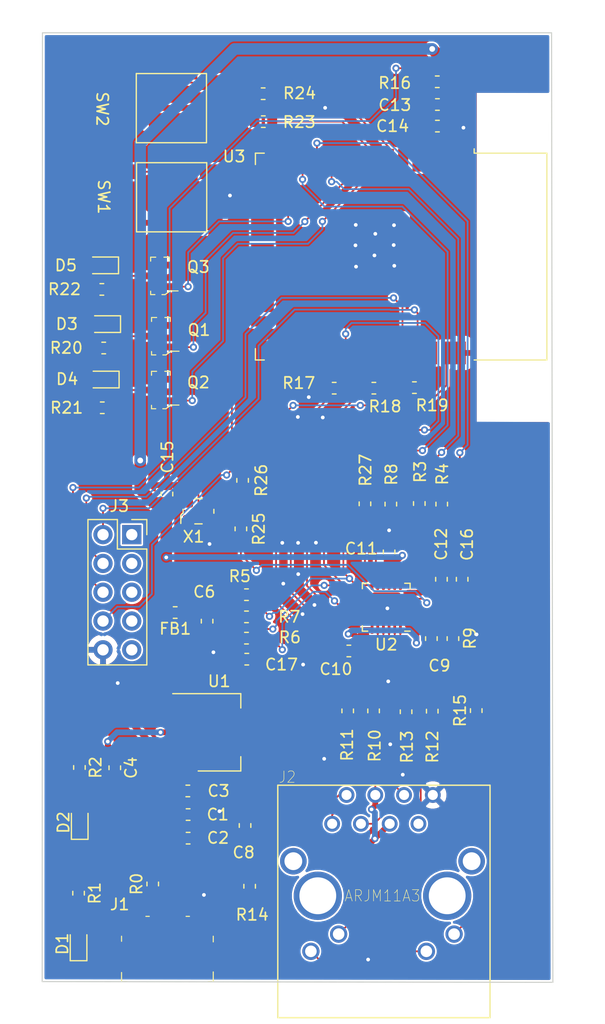
<source format=kicad_pcb>
(kicad_pcb (version 20171130) (host pcbnew "(5.1.5)-3")
  (layers (0 F.Cu signal) (31 B.Cu signal) (34 B.Paste user) (35 F.Paste user) (36 B.SilkS user) (37 F.SilkS user) (38 B.Mask user) (39 F.Mask user) (44 Edge.Cuts user))
  (net 0 "")
  (net 1 GND)
  (net 2 VBUS)
  (net 3 +3V3)
  (net 4 AVDD)
  (net 5 VDDCR)
  (net 6 "Net-(D1-Pad2)")
  (net 7 "Net-(D2-Pad2)")
  (net 8 "Net-(D3-Pad2)")
  (net 9 "Net-(D3-Pad1)")
  (net 10 "Net-(D4-Pad2)")
  (net 11 "Net-(D4-Pad1)")
  (net 12 "Net-(D5-Pad2)")
  (net 13 "Net-(D5-Pad1)")
  (net 14 "Net-(J1-Pad1)")
  (net 15 "Net-(J1-Pad4)")
  (net 16 "Net-(J1-Pad2)")
  (net 17 "Net-(J1-Pad3)")
  (net 18 "/Page 1/TD+")
  (net 19 "/Page 1/TD-")
  (net 20 "Net-(J2-Pad7)")
  (net 21 "/Page 1/RD+")
  (net 22 "/Page 1/RD-")
  (net 23 LED1_REGOFF)
  (net 24 LED2_nINTSEL)
  (net 25 "Net-(J2-PadGRNC)")
  (net 26 "Net-(J2-PadYLWA)")
  (net 27 BOOTMODE)
  (net 28 "Net-(J3-Pad7)")
  (net 29 EN)
  (net 30 "Net-(J3-Pad5)")
  (net 31 RX)
  (net 32 "Net-(J3-Pad3)")
  (net 33 TX)
  (net 34 YELLOW)
  (net 35 RED)
  (net 36 BLUE)
  (net 37 RXD0)
  (net 38 RXD1)
  (net 39 MDIO)
  (net 40 TXD0)
  (net 41 "Net-(R17-Pad1)")
  (net 42 TXEN)
  (net 43 "Net-(R18-Pad1)")
  (net 44 TXD1)
  (net 45 "Net-(R19-Pad1)")
  (net 46 BLOCK)
  (net 47 RESTART)
  (net 48 CLKIN)
  (net 49 "Net-(R25-Pad1)")
  (net 50 MDC)
  (net 51 CRS_DV)
  (net 52 "Net-(U2-Pad4)")
  (net 53 "Net-(U3-Pad32)")
  (net 54 "Net-(U3-Pad29)")
  (net 55 "Net-(U3-Pad28)")
  (net 56 "Net-(U3-Pad27)")
  (net 57 "Net-(U3-Pad26)")
  (net 58 "Net-(U3-Pad24)")
  (net 59 CLKEN)
  (net 60 "Net-(U3-Pad22)")
  (net 61 "Net-(U3-Pad21)")
  (net 62 "Net-(U3-Pad20)")
  (net 63 "Net-(U3-Pad19)")
  (net 64 "Net-(U3-Pad18)")
  (net 65 "Net-(U3-Pad17)")
  (net 66 "Net-(U3-Pad16)")
  (net 67 "Net-(U3-Pad14)")
  (net 68 "Net-(U3-Pad5)")
  (net 69 "Net-(U3-Pad4)")
  (net 70 "/Page 1/nRST")
  (net 71 "/Page 1/RX0")
  (net 72 "/Page 1/RX1")
  (net 73 "/Page 1/nINT")
  (net 74 "/Page 1/PHYAD0")
  (net 75 "/Page 1/RBIAS")
  (net 76 "Net-(J3-Pad1)")
  (net 77 "Net-(J3-Pad9)")
  (module RF_Module:ESP32-WROOM-32 (layer F.Cu) (at 145.3388 75.7047 270)
    (fp_text reference U3 (at -8.8265 11.7602) (layer F.SilkS))
    (fp_text value ESP32-WROOM-32D)
    (pad 38 smd rect (at 8.5 -8.255 270) (size 2 0.9) (layers F.Cu F.Paste F.Mask) (net 1 GND))
    (pad 37 smd rect (at 8.5 -6.985 270) (size 2 0.9) (layers F.Cu F.Paste F.Mask) (net 50 MDC))
    (pad 36 smd rect (at 8.5 -5.715 270) (size 2 0.9) (layers F.Cu F.Paste F.Mask) (net 45 "Net-(R19-Pad1)"))
    (pad 35 smd rect (at 8.5 -4.445 270) (size 2 0.9) (layers F.Cu F.Paste F.Mask) (net 33 TX))
    (pad 34 smd rect (at 8.5 -3.175 270) (size 2 0.9) (layers F.Cu F.Paste F.Mask) (net 31 RX))
    (pad 33 smd rect (at 8.5 -1.905 270) (size 2 0.9) (layers F.Cu F.Paste F.Mask) (net 43 "Net-(R18-Pad1)"))
    (pad 32 smd rect (at 8.5 -0.635 270) (size 2 0.9) (layers F.Cu F.Paste F.Mask) (net 53 "Net-(U3-Pad32)"))
    (pad 31 smd rect (at 8.5 0.635 270) (size 2 0.9) (layers F.Cu F.Paste F.Mask) (net 41 "Net-(R17-Pad1)"))
    (pad 30 smd rect (at 8.5 1.905 270) (size 2 0.9) (layers F.Cu F.Paste F.Mask) (net 39 MDIO))
    (pad 29 smd rect (at 8.5 3.175 270) (size 2 0.9) (layers F.Cu F.Paste F.Mask) (net 54 "Net-(U3-Pad29)"))
    (pad 28 smd rect (at 8.5 4.445 270) (size 2 0.9) (layers F.Cu F.Paste F.Mask) (net 55 "Net-(U3-Pad28)"))
    (pad 27 smd rect (at 8.5 5.715 270) (size 2 0.9) (layers F.Cu F.Paste F.Mask) (net 56 "Net-(U3-Pad27)"))
    (pad 26 smd rect (at 8.5 6.985 270) (size 2 0.9) (layers F.Cu F.Paste F.Mask) (net 57 "Net-(U3-Pad26)"))
    (pad 25 smd rect (at 8.5 8.255 270) (size 2 0.9) (layers F.Cu F.Paste F.Mask) (net 27 BOOTMODE))
    (pad 24 smd rect (at 5.715 9.255) (size 2 0.9) (layers F.Cu F.Paste F.Mask) (net 58 "Net-(U3-Pad24)"))
    (pad 23 smd rect (at 4.445 9.255) (size 2 0.9) (layers F.Cu F.Paste F.Mask) (net 59 CLKEN))
    (pad 22 smd rect (at 3.175 9.255) (size 2 0.9) (layers F.Cu F.Paste F.Mask) (net 60 "Net-(U3-Pad22)"))
    (pad 21 smd rect (at 1.905 9.255) (size 2 0.9) (layers F.Cu F.Paste F.Mask) (net 61 "Net-(U3-Pad21)"))
    (pad 20 smd rect (at 0.635 9.255) (size 2 0.9) (layers F.Cu F.Paste F.Mask) (net 62 "Net-(U3-Pad20)"))
    (pad 19 smd rect (at -0.635 9.255) (size 2 0.9) (layers F.Cu F.Paste F.Mask) (net 63 "Net-(U3-Pad19)"))
    (pad 18 smd rect (at -1.905 9.255) (size 2 0.9) (layers F.Cu F.Paste F.Mask) (net 64 "Net-(U3-Pad18)"))
    (pad 17 smd rect (at -3.175 9.255) (size 2 0.9) (layers F.Cu F.Paste F.Mask) (net 65 "Net-(U3-Pad17)"))
    (pad 16 smd rect (at -4.445 9.255) (size 2 0.9) (layers F.Cu F.Paste F.Mask) (net 66 "Net-(U3-Pad16)"))
    (pad 15 smd rect (at -5.715 9.255) (size 2 0.9) (layers F.Cu F.Paste F.Mask) (net 1 GND))
    (pad 14 smd rect (at -8.5 8.255 270) (size 2 0.9) (layers F.Cu F.Paste F.Mask) (net 67 "Net-(U3-Pad14)"))
    (pad 13 smd rect (at -8.5 6.985 270) (size 2 0.9) (layers F.Cu F.Paste F.Mask) (net 36 BLUE))
    (pad 12 smd rect (at -8.5 5.715 270) (size 2 0.9) (layers F.Cu F.Paste F.Mask) (net 51 CRS_DV))
    (pad 11 smd rect (at -8.5 4.445 270) (size 2 0.9) (layers F.Cu F.Paste F.Mask) (net 38 RXD1))
    (pad 10 smd rect (at -8.5 3.175 270) (size 2 0.9) (layers F.Cu F.Paste F.Mask) (net 37 RXD0))
    (pad 9 smd rect (at -8.5 1.905 270) (size 2 0.9) (layers F.Cu F.Paste F.Mask) (net 34 YELLOW))
    (pad 8 smd rect (at -8.5 0.635 270) (size 2 0.9) (layers F.Cu F.Paste F.Mask) (net 35 RED))
    (pad 7 smd rect (at -8.5 -0.635 270) (size 2 0.9) (layers F.Cu F.Paste F.Mask) (net 46 BLOCK))
    (pad 6 smd rect (at -8.5 -1.905 270) (size 2 0.9) (layers F.Cu F.Paste F.Mask) (net 47 RESTART))
    (pad 5 smd rect (at -8.5 -3.175 270) (size 2 0.9) (layers F.Cu F.Paste F.Mask) (net 68 "Net-(U3-Pad5)"))
    (pad 4 smd rect (at -8.5 -4.445 270) (size 2 0.9) (layers F.Cu F.Paste F.Mask) (net 69 "Net-(U3-Pad4)"))
    (pad 3 smd rect (at -8.5 -5.715 270) (size 2 0.9) (layers F.Cu F.Paste F.Mask) (net 29 EN))
    (pad 2 smd rect (at -8.5 -6.985 270) (size 2 0.9) (layers F.Cu F.Paste F.Mask) (net 3 +3V3))
    (pad 1 smd rect (at -8.5 -8.255 270) (size 2 0.9) (layers F.Cu F.Paste F.Mask) (net 1 GND))
    (pad 39 smd rect (at -1 -0.755 270) (size 5 5) (layers F.Cu F.Paste F.Mask) (net 1 GND))
  )
  (module Resistor_SMD:R_0603_1608Metric (layer F.Cu) (at 145.1356 97.5106 90)
    (fp_text reference R27 (at 2.9718 0.0508 90) (layer F.SilkS))
    (fp_text value 10K hide)
    (pad 2 smd roundrect (at 0.7875 0 90) (size 0.875 0.95) (layers F.Cu F.Paste F.Mask) (net 51 CRS_DV))
    (pad 1 smd roundrect (at -0.7875 0 90) (size 0.875 0.95) (layers F.Cu F.Paste F.Mask) (net 51 CRS_DV))
  )
  (module Oscillator:Oscillator_SMD_ECS_2520MV-xxx-xx-4Pin_2.5x2.0mm (layer F.Cu) (at 130.4301 98.1689 90)
    (fp_text reference X1 (at -2.24238 -0.42782 180) (layer F.SilkS))
    (fp_text value ECS-2520MV hide)
    (pad 3 smd roundrect (at 0.725 0.925 90) (size 0.8 0.9) (layers F.Cu F.Paste F.Mask) (net 49 "Net-(R25-Pad1)"))
    (pad 2 smd roundrect (at -0.725 0.925 90) (size 0.8 0.9) (layers F.Cu F.Paste F.Mask) (net 1 GND))
    (pad 4 smd roundrect (at 0.725 -0.925 90) (size 0.8 0.9) (layers F.Cu F.Paste F.Mask) (net 3 +3V3))
    (pad 1 smd roundrect (at -0.725 -0.925 90) (size 0.8 0.9) (layers F.Cu F.Paste F.Mask) (net 59 CLKEN))
  )
  (module Package_DFN_QFN:QFN-24-1EP_4x4mm_P0.5mm_EP2.6x2.6mm (layer F.Cu) (at 147.0152 106.6292 180)
    (fp_text reference U2 (at 0 -3.3) (layer F.SilkS))
    (fp_text value LAN8720A hide)
    (pad 24 smd roundrect (at -1.25 -1.9375 180) (size 0.25 0.825) (layers F.Cu F.Paste F.Mask) (net 75 "/Page 1/RBIAS"))
    (pad 23 smd roundrect (at -0.75 -1.9375 180) (size 0.25 0.825) (layers F.Cu F.Paste F.Mask) (net 21 "/Page 1/RD+"))
    (pad 22 smd roundrect (at -0.25 -1.9375 180) (size 0.25 0.825) (layers F.Cu F.Paste F.Mask) (net 22 "/Page 1/RD-"))
    (pad 21 smd roundrect (at 0.25 -1.9375 180) (size 0.25 0.825) (layers F.Cu F.Paste F.Mask) (net 18 "/Page 1/TD+"))
    (pad 20 smd roundrect (at 0.75 -1.9375 180) (size 0.25 0.825) (layers F.Cu F.Paste F.Mask) (net 19 "/Page 1/TD-"))
    (pad 19 smd roundrect (at 1.25 -1.9375 180) (size 0.25 0.825) (layers F.Cu F.Paste F.Mask) (net 4 AVDD))
    (pad 18 smd roundrect (at 1.9375 -1.25 180) (size 0.825 0.25) (layers F.Cu F.Paste F.Mask) (net 44 TXD1))
    (pad 17 smd roundrect (at 1.9375 -0.75 180) (size 0.825 0.25) (layers F.Cu F.Paste F.Mask) (net 40 TXD0))
    (pad 16 smd roundrect (at 1.9375 -0.25 180) (size 0.825 0.25) (layers F.Cu F.Paste F.Mask) (net 42 TXEN))
    (pad 15 smd roundrect (at 1.9375 0.25 180) (size 0.825 0.25) (layers F.Cu F.Paste F.Mask) (net 70 "/Page 1/nRST"))
    (pad 14 smd roundrect (at 1.9375 0.75 180) (size 0.825 0.25) (layers F.Cu F.Paste F.Mask) (net 73 "/Page 1/nINT"))
    (pad 13 smd roundrect (at 1.9375 1.25 180) (size 0.825 0.25) (layers F.Cu F.Paste F.Mask) (net 50 MDC))
    (pad 12 smd roundrect (at 1.25 1.9375 180) (size 0.25 0.825) (layers F.Cu F.Paste F.Mask) (net 39 MDIO))
    (pad 11 smd roundrect (at 0.75 1.9375 180) (size 0.25 0.825) (layers F.Cu F.Paste F.Mask) (net 51 CRS_DV))
    (pad 10 smd roundrect (at 0.25 1.9375 180) (size 0.25 0.825) (layers F.Cu F.Paste F.Mask) (net 74 "/Page 1/PHYAD0"))
    (pad 9 smd roundrect (at -0.25 1.9375 180) (size 0.25 0.825) (layers F.Cu F.Paste F.Mask) (net 3 +3V3))
    (pad 8 smd roundrect (at -0.75 1.9375 180) (size 0.25 0.825) (layers F.Cu F.Paste F.Mask) (net 71 "/Page 1/RX0"))
    (pad 7 smd roundrect (at -1.25 1.9375 180) (size 0.25 0.825) (layers F.Cu F.Paste F.Mask) (net 72 "/Page 1/RX1"))
    (pad 6 smd roundrect (at -1.9375 1.25 180) (size 0.825 0.25) (layers F.Cu F.Paste F.Mask) (net 5 VDDCR))
    (pad 5 smd roundrect (at -1.9375 0.75 180) (size 0.825 0.25) (layers F.Cu F.Paste F.Mask) (net 48 CLKIN))
    (pad 4 smd roundrect (at -1.9375 0.25 180) (size 0.825 0.25) (layers F.Cu F.Paste F.Mask) (net 52 "Net-(U2-Pad4)"))
    (pad 3 smd roundrect (at -1.9375 -0.25 180) (size 0.825 0.25) (layers F.Cu F.Paste F.Mask) (net 23 LED1_REGOFF))
    (pad 2 smd roundrect (at -1.9375 -0.75 180) (size 0.825 0.25) (layers F.Cu F.Paste F.Mask) (net 24 LED2_nINTSEL))
    (pad 1 smd roundrect (at -1.9375 -1.25 180) (size 0.825 0.25) (layers F.Cu F.Paste F.Mask) (net 4 AVDD))
    (pad 25 smd roundrect (at 0 0 180) (size 2.6 2.6) (layers F.Cu F.Mask) (roundrect_rratio 0.096154) (net 1 GND))
  )
  (module Package_TO_SOT_SMD:SOT-223 (layer F.Cu) (at 132.2582 117.6642)
    (fp_text reference U1 (at 0 -4.5) (layer F.SilkS))
    (fp_text value AZ1117-3.3 hide)
    (pad 1 smd rect (at -3.15 -2.3) (size 2 1.5) (layers F.Cu F.Paste F.Mask) (net 1 GND))
    (pad 3 smd rect (at -3.15 2.3) (size 2 1.5) (layers F.Cu F.Paste F.Mask) (net 2 VBUS))
    (pad 2 smd rect (at -3.15 0) (size 2 1.5) (layers F.Cu F.Paste F.Mask) (net 3 +3V3))
    (pad 4 smd rect (at 3.15 0) (size 2 3.8) (layers F.Cu F.Paste F.Mask))
  )
  (module "My Footprints:222CMVBAR" (layer F.Cu) (at 128.0362 62.6131 180)
    (fp_text reference SW2 (at 6.10604 -0.07918 270 unlocked) (layer F.SilkS))
    (fp_text value 222CMVBAR)
    (pad 1 smd rect (at -3.5 -2.25 180) (size 2 1.3) (layers F.Cu F.Paste F.Mask) (net 1 GND))
    (pad 2 smd rect (at 3.5 -2.25 180) (size 2 1.3) (layers F.Cu F.Paste F.Mask) (net 1 GND))
    (pad 4 smd rect (at 3.5 2.25 180) (size 2 1.3) (layers F.Cu F.Paste F.Mask) (net 47 RESTART))
    (pad 3 smd rect (at -3.5 2.25 180) (size 2 1.3) (layers F.Cu F.Paste F.Mask) (net 47 RESTART))
  )
  (module "My Footprints:222CMVBAR" (layer F.Cu) (at 128.0593 70.4744 180)
    (fp_text reference SW1 (at 5.99706 0.03004 270 unlocked) (layer F.SilkS))
    (fp_text value 222CMVBAR)
    (pad 1 smd rect (at -3.5 -2.25 180) (size 2 1.3) (layers F.Cu F.Paste F.Mask) (net 1 GND))
    (pad 2 smd rect (at 3.5 -2.25 180) (size 2 1.3) (layers F.Cu F.Paste F.Mask) (net 1 GND))
    (pad 4 smd rect (at 3.5 2.25 180) (size 2 1.3) (layers F.Cu F.Paste F.Mask) (net 46 BLOCK))
    (pad 3 smd rect (at -3.5 2.25 180) (size 2 1.3) (layers F.Cu F.Paste F.Mask) (net 46 BLOCK))
  )
  (module Resistor_SMD:R_0603_1608Metric (layer F.Cu) (at 134.3279 95.4406 90)
    (fp_text reference R26 (at 0 1.651 90) (layer F.SilkS))
    (fp_text value 33 hide)
    (pad 2 smd roundrect (at 0.7875 0 90) (size 0.875 0.95) (layers F.Cu F.Paste F.Mask) (net 27 BOOTMODE))
    (pad 1 smd roundrect (at -0.7875 0 90) (size 0.875 0.95) (layers F.Cu F.Paste F.Mask) (net 49 "Net-(R25-Pad1)"))
  )
  (module Resistor_SMD:R_0603_1608Metric (layer F.Cu) (at 134.1754 99.7204 270)
    (fp_text reference R25 (at 0.0127 -1.5876 90) (layer F.SilkS))
    (fp_text value 33 hide)
    (pad 2 smd roundrect (at 0.7875 0 270) (size 0.875 0.95) (layers F.Cu F.Paste F.Mask) (net 48 CLKIN))
    (pad 1 smd roundrect (at -0.7875 0 270) (size 0.875 0.95) (layers F.Cu F.Paste F.Mask) (net 49 "Net-(R25-Pad1)"))
  )
  (module Resistor_SMD:R_0603_1608Metric (layer F.Cu) (at 136.1439 61.341)
    (fp_text reference R24 (at 3.2132 -0.0381) (layer F.SilkS))
    (fp_text value 10K hide)
    (pad 2 smd roundrect (at 0.7875 0) (size 0.875 0.95) (layers F.Cu F.Paste F.Mask) (net 47 RESTART))
    (pad 1 smd roundrect (at -0.7875 0) (size 0.875 0.95) (layers F.Cu F.Paste F.Mask) (net 2 VBUS))
  )
  (module Resistor_SMD:R_0603_1608Metric (layer F.Cu) (at 136.1566 63.8048)
    (fp_text reference R23 (at 3.175 0.0381) (layer F.SilkS))
    (fp_text value 10K hide)
    (pad 2 smd roundrect (at 0.7875 0) (size 0.875 0.95) (layers F.Cu F.Paste F.Mask) (net 46 BLOCK))
    (pad 1 smd roundrect (at -0.7875 0) (size 0.875 0.95) (layers F.Cu F.Paste F.Mask) (net 2 VBUS))
  )
  (module Resistor_SMD:R_0603_1608Metric (layer F.Cu) (at 121.8947 78.6003 180)
    (fp_text reference R22 (at 3.3021 0.0127) (layer F.SilkS))
    (fp_text value 470)
    (pad 2 smd roundrect (at 0.7875 0 180) (size 0.875 0.95) (layers F.Cu F.Paste F.Mask) (net 12 "Net-(D5-Pad2)"))
    (pad 1 smd roundrect (at -0.7875 0 180) (size 0.875 0.95) (layers F.Cu F.Paste F.Mask) (net 2 VBUS))
  )
  (module Resistor_SMD:R_0603_1608Metric (layer F.Cu) (at 121.9328 89.0397 180)
    (fp_text reference R21 (at 3.1497 0) (layer F.SilkS))
    (fp_text value 470)
    (pad 2 smd roundrect (at 0.7875 0 180) (size 0.875 0.95) (layers F.Cu F.Paste F.Mask) (net 10 "Net-(D4-Pad2)"))
    (pad 1 smd roundrect (at -0.7875 0 180) (size 0.875 0.95) (layers F.Cu F.Paste F.Mask) (net 2 VBUS))
  )
  (module Resistor_SMD:R_0603_1608Metric (layer F.Cu) (at 122.0598 83.7692 180)
    (fp_text reference R20 (at 3.3021 0.0127) (layer F.SilkS))
    (fp_text value 470)
    (pad 2 smd roundrect (at 0.7875 0 180) (size 0.875 0.95) (layers F.Cu F.Paste F.Mask) (net 8 "Net-(D3-Pad2)"))
    (pad 1 smd roundrect (at -0.7875 0 180) (size 0.875 0.95) (layers F.Cu F.Paste F.Mask) (net 2 VBUS))
  )
  (module Resistor_SMD:R_0603_1608Metric (layer F.Cu) (at 149.5045 87.2617 180)
    (fp_text reference R19 (at -1.56454 -1.56718) (layer F.SilkS))
    (fp_text value 10 hide)
    (pad 2 smd roundrect (at 0.7875 0 180) (size 0.875 0.95) (layers F.Cu F.Paste F.Mask) (net 44 TXD1))
    (pad 1 smd roundrect (at -0.7875 0 180) (size 0.875 0.95) (layers F.Cu F.Paste F.Mask) (net 45 "Net-(R19-Pad1)"))
  )
  (module Resistor_SMD:R_0603_1608Metric (layer F.Cu) (at 145.9229 87.3125 180)
    (fp_text reference R18 (at -0.98562 -1.6129) (layer F.SilkS))
    (fp_text value 10 hide)
    (pad 2 smd roundrect (at 0.7875 0 180) (size 0.875 0.95) (layers F.Cu F.Paste F.Mask) (net 42 TXEN))
    (pad 1 smd roundrect (at -0.7875 0 180) (size 0.875 0.95) (layers F.Cu F.Paste F.Mask) (net 43 "Net-(R18-Pad1)"))
  )
  (module Resistor_SMD:R_0603_1608Metric (layer F.Cu) (at 142.4178 87.3125 180)
    (fp_text reference R17 (at 3.12928 0.45466) (layer F.SilkS))
    (fp_text value 10 hide)
    (pad 2 smd roundrect (at 0.7875 0 180) (size 0.875 0.95) (layers F.Cu F.Paste F.Mask) (net 40 TXD0))
    (pad 1 smd roundrect (at -0.7875 0 180) (size 0.875 0.95) (layers F.Cu F.Paste F.Mask) (net 41 "Net-(R17-Pad1)"))
  )
  (module Resistor_SMD:R_0603_1608Metric (layer F.Cu) (at 151.5238 60.2869)
    (fp_text reference R16 (at -3.75676 0.10922) (layer F.SilkS))
    (fp_text value 10K hide)
    (pad 2 smd roundrect (at 0.7875 0) (size 0.875 0.95) (layers F.Cu F.Paste F.Mask) (net 3 +3V3))
    (pad 1 smd roundrect (at -0.7875 0) (size 0.875 0.95) (layers F.Cu F.Paste F.Mask) (net 29 EN))
  )
  (module Resistor_SMD:R_0603_1608Metric (layer F.Cu) (at 154.9654 115.7477 90)
    (fp_text reference R15 (at 0 -1.43 90) (layer F.SilkS))
    (fp_text value 270 hide)
    (pad 2 smd roundrect (at 0.7875 0 90) (size 0.875 0.95) (layers F.Cu F.Paste F.Mask) (net 1 GND))
    (pad 1 smd roundrect (at -0.7875 0 90) (size 0.875 0.95) (layers F.Cu F.Paste F.Mask) (net 25 "Net-(J2-PadGRNC)"))
  )
  (module Resistor_SMD:R_0603_1608Metric (layer F.Cu) (at 134.9502 131.2417 270)
    (fp_text reference R14 (at 2.50962 -0.22352 180) (layer F.SilkS))
    (fp_text value 270 hide)
    (pad 2 smd roundrect (at 0.7875 0 270) (size 0.875 0.95) (layers F.Cu F.Paste F.Mask) (net 26 "Net-(J2-PadYLWA)"))
    (pad 1 smd roundrect (at -0.7875 0 270) (size 0.875 0.95) (layers F.Cu F.Paste F.Mask) (net 4 AVDD))
  )
  (module Resistor_SMD:R_0603_1608Metric (layer F.Cu) (at 148.7678 115.8494 90)
    (fp_text reference R13 (at -3.0988 0.0762 90) (layer F.SilkS))
    (fp_text value 49.9 hide)
    (pad 2 smd roundrect (at 0.7875 0 90) (size 0.875 0.95) (layers F.Cu F.Paste F.Mask) (net 22 "/Page 1/RD-"))
    (pad 1 smd roundrect (at -0.7875 0 90) (size 0.875 0.95) (layers F.Cu F.Paste F.Mask) (net 4 AVDD))
  )
  (module Resistor_SMD:R_0603_1608Metric (layer F.Cu) (at 151.0792 115.7986 90)
    (fp_text reference R12 (at -3.1432 0.0154 90) (layer F.SilkS))
    (fp_text value 49.9 hide)
    (pad 2 smd roundrect (at 0.7875 0 90) (size 0.875 0.95) (layers F.Cu F.Paste F.Mask) (net 21 "/Page 1/RD+"))
    (pad 1 smd roundrect (at -0.7875 0 90) (size 0.875 0.95) (layers F.Cu F.Paste F.Mask) (net 4 AVDD))
  )
  (module Resistor_SMD:R_0603_1608Metric (layer F.Cu) (at 143.6116 115.7732 90)
    (fp_text reference R11 (at -2.9972 -0.0508 90) (layer F.SilkS))
    (fp_text value 49.9 hide)
    (pad 2 smd roundrect (at 0.7875 0 90) (size 0.875 0.95) (layers F.Cu F.Paste F.Mask) (net 19 "/Page 1/TD-"))
    (pad 1 smd roundrect (at -0.7875 0 90) (size 0.875 0.95) (layers F.Cu F.Paste F.Mask) (net 4 AVDD))
  )
  (module Resistor_SMD:R_0603_1608Metric (layer F.Cu) (at 145.8976 115.7732 90)
    (fp_text reference R10 (at -3.0734 0.1016 90) (layer F.SilkS))
    (fp_text value 49.9 hide)
    (pad 2 smd roundrect (at 0.7875 0 90) (size 0.875 0.95) (layers F.Cu F.Paste F.Mask) (net 18 "/Page 1/TD+"))
    (pad 1 smd roundrect (at -0.7875 0 90) (size 0.875 0.95) (layers F.Cu F.Paste F.Mask) (net 4 AVDD))
  )
  (module Resistor_SMD:R_0603_1608Metric (layer F.Cu) (at 152.908 109.3979 90)
    (fp_text reference R9 (at 0.0255 1.4986 90) (layer F.SilkS))
    (fp_text value 12.1K hide)
    (pad 2 smd roundrect (at 0.7875 0 90) (size 0.875 0.95) (layers F.Cu F.Paste F.Mask) (net 1 GND))
    (pad 1 smd roundrect (at -0.7875 0 90) (size 0.875 0.95) (layers F.Cu F.Paste F.Mask) (net 75 "/Page 1/RBIAS"))
  )
  (module Resistor_SMD:R_0603_1608Metric (layer F.Cu) (at 147.4216 97.536 90)
    (fp_text reference R8 (at 2.6162 0.0508 90) (layer F.SilkS))
    (fp_text value 10K hide)
    (pad 2 smd roundrect (at 0.7875 0 90) (size 0.875 0.95) (layers F.Cu F.Paste F.Mask) (net 1 GND))
    (pad 1 smd roundrect (at -0.7875 0 90) (size 0.875 0.95) (layers F.Cu F.Paste F.Mask) (net 74 "/Page 1/PHYAD0"))
  )
  (module Resistor_SMD:R_0603_1608Metric (layer F.Cu) (at 134.6708 107.4801)
    (fp_text reference R7 (at 3.77952 0) (layer F.SilkS))
    (fp_text value 10K hide)
    (pad 2 smd roundrect (at 0.7875 0) (size 0.875 0.95) (layers F.Cu F.Paste F.Mask) (net 73 "/Page 1/nINT"))
    (pad 1 smd roundrect (at -0.7875 0) (size 0.875 0.95) (layers F.Cu F.Paste F.Mask) (net 4 AVDD))
  )
  (module Resistor_SMD:R_0603_1608Metric (layer F.Cu) (at 134.6708 109.3597)
    (fp_text reference R6 (at 3.83032 -0.06858) (layer F.SilkS))
    (fp_text value 10K hide)
    (pad 2 smd roundrect (at 0.7875 0) (size 0.875 0.95) (layers F.Cu F.Paste F.Mask) (net 70 "/Page 1/nRST"))
    (pad 1 smd roundrect (at -0.7875 0) (size 0.875 0.95) (layers F.Cu F.Paste F.Mask) (net 4 AVDD))
  )
  (module Resistor_SMD:R_0603_1608Metric (layer F.Cu) (at 134.6708 105.5243)
    (fp_text reference R5 (at -0.59436 -1.62306) (layer F.SilkS))
    (fp_text value 10K hide)
    (pad 2 smd roundrect (at 0.7875 0) (size 0.875 0.95) (layers F.Cu F.Paste F.Mask) (net 39 MDIO))
    (pad 1 smd roundrect (at -0.7875 0) (size 0.875 0.95) (layers F.Cu F.Paste F.Mask) (net 4 AVDD))
  )
  (module Resistor_SMD:R_0603_1608Metric (layer F.Cu) (at 151.9174 97.536 90)
    (fp_text reference R4 (at 2.6416 0.0508 90) (layer F.SilkS))
    (fp_text value 10K hide)
    (pad 2 smd roundrect (at 0.7875 0 90) (size 0.875 0.95) (layers F.Cu F.Paste F.Mask) (net 38 RXD1))
    (pad 1 smd roundrect (at -0.7875 0 90) (size 0.875 0.95) (layers F.Cu F.Paste F.Mask) (net 72 "/Page 1/RX1"))
  )
  (module Resistor_SMD:R_0603_1608Metric (layer F.Cu) (at 149.9362 97.4852 90)
    (fp_text reference R3 (at 2.794 0.0762 90) (layer F.SilkS))
    (fp_text value 10K hide)
    (pad 2 smd roundrect (at 0.7875 0 90) (size 0.875 0.95) (layers F.Cu F.Paste F.Mask) (net 37 RXD0))
    (pad 1 smd roundrect (at -0.7875 0 90) (size 0.875 0.95) (layers F.Cu F.Paste F.Mask) (net 71 "/Page 1/RX0"))
  )
  (module Resistor_SMD:R_0603_1608Metric (layer F.Cu) (at 119.9134 120.7644 270)
    (fp_text reference R2 (at 0 -1.43 90) (layer F.SilkS))
    (fp_text value 470)
    (pad 2 smd roundrect (at 0.7875 0 270) (size 0.875 0.95) (layers F.Cu F.Paste F.Mask) (net 7 "Net-(D2-Pad2)"))
    (pad 1 smd roundrect (at -0.7875 0 270) (size 0.875 0.95) (layers F.Cu F.Paste F.Mask) (net 3 +3V3))
  )
  (module Resistor_SMD:R_0603_1608Metric (layer F.Cu) (at 119.8372 131.8513 270)
    (fp_text reference R1 (at 0 -1.43 90) (layer F.SilkS))
    (fp_text value 470)
    (pad 2 smd roundrect (at 0.7875 0 270) (size 0.875 0.95) (layers F.Cu F.Paste F.Mask) (net 6 "Net-(D1-Pad2)"))
    (pad 1 smd roundrect (at -0.7875 0 270) (size 0.875 0.95) (layers F.Cu F.Paste F.Mask) (net 2 VBUS))
  )
  (module Resistor_SMD:R_0603_1608Metric (layer F.Cu) (at 126.3904 131.0385 90)
    (fp_text reference R0 (at 0 -1.43 90) (layer F.SilkS))
    (fp_text value 0 hide)
    (pad 2 smd roundrect (at 0.7875 0 90) (size 0.875 0.95) (layers F.Cu F.Paste F.Mask) (net 2 VBUS))
    (pad 1 smd roundrect (at -0.7875 0 90) (size 0.875 0.95) (layers F.Cu F.Paste F.Mask) (net 14 "Net-(J1-Pad1)"))
  )
  (module digikey-footprints:SOT-23-3 (layer F.Cu) (at 127.0295 77.409 180)
    (fp_text reference Q3 (at -3.38934 0.78228) (layer F.SilkS))
    (fp_text value Q_NMOS_GSD)
    (pad 1 smd rect (at -1.05 -0.95 180) (size 1.3 0.6) (layers F.Cu F.Paste F.Mask) (net 36 BLUE))
    (pad 2 smd rect (at -1.05 0.95 180) (size 1.3 0.6) (layers F.Cu F.Paste F.Mask) (net 1 GND))
    (pad 3 smd rect (at 1.05 0 180) (size 1.3 0.6) (layers F.Cu F.Paste F.Mask) (net 13 "Net-(D5-Pad1)"))
  )
  (module digikey-footprints:SOT-23-3 (layer F.Cu) (at 127.1057 87.4751 180)
    (fp_text reference Q2 (at -3.31314 0.66806) (layer F.SilkS))
    (fp_text value Q_NMOS_GSD)
    (pad 1 smd rect (at -1.05 -0.95 180) (size 1.3 0.6) (layers F.Cu F.Paste F.Mask) (net 35 RED))
    (pad 2 smd rect (at -1.05 0.95 180) (size 1.3 0.6) (layers F.Cu F.Paste F.Mask) (net 1 GND))
    (pad 3 smd rect (at 1.05 0 180) (size 1.3 0.6) (layers F.Cu F.Paste F.Mask) (net 11 "Net-(D4-Pad1)"))
  )
  (module digikey-footprints:SOT-23-3 (layer F.Cu) (at 127.1102 82.7278 180)
    (fp_text reference Q1 (at -3.36452 0.54864) (layer F.SilkS))
    (fp_text value Q_NMOS_GSD)
    (pad 1 smd rect (at -1.05 -0.95 180) (size 1.3 0.6) (layers F.Cu F.Paste F.Mask) (net 34 YELLOW))
    (pad 2 smd rect (at -1.05 0.95 180) (size 1.3 0.6) (layers F.Cu F.Paste F.Mask) (net 1 GND))
    (pad 3 smd rect (at 1.05 0 180) (size 1.3 0.6) (layers F.Cu F.Paste F.Mask) (net 9 "Net-(D3-Pad1)"))
  )
  (module Connector_PinSocket_2.54mm:PinSocket_2x05_P2.54mm_Vertical (layer F.Cu) (at 124.5362 100.2284)
    (fp_text reference J3 (at -1.09728 -2.51968) (layer F.SilkS))
    (fp_text value Conn_02x05_Odd_Even)
    (pad 10 thru_hole oval (at -2.54 10.16) (size 1.7 1.7) (drill 1) (layers *.Cu *.Mask) (net 1 GND))
    (pad 9 thru_hole oval (at 0 10.16) (size 1.7 1.7) (drill 1) (layers *.Cu *.Mask) (net 77 "Net-(J3-Pad9)"))
    (pad 8 thru_hole oval (at -2.54 7.62) (size 1.7 1.7) (drill 1) (layers *.Cu *.Mask) (net 27 BOOTMODE))
    (pad 7 thru_hole oval (at 0 7.62) (size 1.7 1.7) (drill 1) (layers *.Cu *.Mask) (net 28 "Net-(J3-Pad7)"))
    (pad 6 thru_hole oval (at -2.54 5.08) (size 1.7 1.7) (drill 1) (layers *.Cu *.Mask) (net 29 EN))
    (pad 5 thru_hole oval (at 0 5.08) (size 1.7 1.7) (drill 1) (layers *.Cu *.Mask) (net 30 "Net-(J3-Pad5)"))
    (pad 4 thru_hole oval (at -2.54 2.54) (size 1.7 1.7) (drill 1) (layers *.Cu *.Mask) (net 31 RX))
    (pad 3 thru_hole oval (at 0 2.54) (size 1.7 1.7) (drill 1) (layers *.Cu *.Mask) (net 32 "Net-(J3-Pad3)"))
    (pad 2 thru_hole oval (at -2.54 0) (size 1.7 1.7) (drill 1) (layers *.Cu *.Mask) (net 33 TX))
    (pad 1 thru_hole rect (at 0 0) (size 1.7 1.7) (drill 1) (layers *.Cu *.Mask) (net 76 "Net-(J3-Pad1)"))
  )
  (module "My Footprints:ARJM11A3-009-AB-ER2-T" (layer F.Cu) (at 146.685 132.08)
    (fp_text reference J2 (at -8.4074 -10.46988) (layer F.SilkS) (effects (font (size 1 0.9) (thickness 0.05))))
    (fp_text value ARJM11A3 (at 0 0) (layer F.SilkS) (effects (font (size 1 0.9) (thickness 0.05))))
    (pad P$1 thru_hole circle (at -5.715 0) (size 4.266 4.266) (drill 3.25) (layers *.Cu *.Mask))
    (pad P$2 thru_hole circle (at 5.715 0) (size 4.266 4.266) (drill 3.25) (layers *.Cu *.Mask))
    (pad P$3 thru_hole circle (at -7.875 -3.05) (size 2.355 2.355) (drill 1.57) (layers *.Cu *.Mask))
    (pad P$4 thru_hole circle (at 7.875 -3.05) (size 2.355 2.355) (drill 1.57) (layers *.Cu *.Mask))
    (pad 1 thru_hole circle (at -4.445 -6.35) (size 1.398 1.398) (drill 0.89) (layers *.Cu *.Mask) (net 18 "/Page 1/TD+"))
    (pad 8 thru_hole circle (at 4.445 -8.89) (size 1.398 1.398) (drill 0.89) (layers *.Cu *.Mask) (net 1 GND))
    (pad 2 thru_hole circle (at -3.175 -8.89) (size 1.398 1.398) (drill 0.89) (layers *.Cu *.Mask) (net 19 "/Page 1/TD-"))
    (pad 7 thru_hole circle (at 3.175 -6.35) (size 1.398 1.398) (drill 0.89) (layers *.Cu *.Mask) (net 20 "Net-(J2-Pad7)"))
    (pad 3 thru_hole circle (at -1.905 -6.35) (size 1.398 1.398) (drill 0.89) (layers *.Cu *.Mask) (net 21 "/Page 1/RD+"))
    (pad 6 thru_hole circle (at 1.905 -8.89) (size 1.398 1.398) (drill 0.89) (layers *.Cu *.Mask) (net 22 "/Page 1/RD-"))
    (pad 4 thru_hole circle (at -0.635 -8.89) (size 1.398 1.398) (drill 0.89) (layers *.Cu *.Mask) (net 4 AVDD))
    (pad 5 thru_hole circle (at 0.635 -6.35) (size 1.398 1.398) (drill 0.89) (layers *.Cu *.Mask) (net 4 AVDD))
    (pad GRNA thru_hole circle (at -6.325 4.9) (size 1.53 1.53) (drill 1.02) (layers *.Cu *.Mask) (net 23 LED1_REGOFF))
    (pad YLWC thru_hole circle (at 6.325 3.38) (size 1.53 1.53) (drill 1.02) (layers *.Cu *.Mask) (net 24 LED2_nINTSEL))
    (pad GRNC thru_hole circle (at -3.875 3.38) (size 1.53 1.53) (drill 1.02) (layers *.Cu *.Mask) (net 25 "Net-(J2-PadGRNC)"))
    (pad YLWA thru_hole circle (at 3.875 4.9) (size 1.53 1.53) (drill 1.02) (layers *.Cu *.Mask) (net 26 "Net-(J2-PadYLWA)"))
  )
  (module digikey-footprints:USB_Micro_B_Female_10118192 (layer F.Cu) (at 127.6846 137.2462)
    (fp_text reference J1 (at -4.2152 -4.4042) (layer F.SilkS))
    (fp_text value 10118192-0001LF)
    (pad SH smd rect (at -3.8 0) (size 1.8 1.9) (layers F.Cu F.Paste F.Mask) (net 1 GND))
    (pad SH smd rect (at 3.8 0) (size 1.8 1.9) (layers F.Cu F.Paste F.Mask) (net 1 GND))
    (pad SH smd rect (at -1.2 0) (size 1.9 1.9) (layers F.Cu F.Paste F.Mask) (net 1 GND))
    (pad SH smd rect (at 1.2 0) (size 1.9 1.9) (layers F.Cu F.Paste F.Mask) (net 1 GND))
    (pad SH smd rect (at -3.1 -2.55) (size 2.1 1.6) (layers F.Cu F.Paste F.Mask) (net 1 GND))
    (pad SH smd rect (at 3.1 -2.55) (size 2.1 1.6) (layers F.Cu F.Paste F.Mask) (net 1 GND))
    (pad 1 smd rect (at -1.3 -2.675) (size 0.4 1.35) (layers F.Cu F.Paste F.Mask) (net 14 "Net-(J1-Pad1)"))
    (pad 4 smd rect (at 0.65 -2.675) (size 0.4 1.35) (layers F.Cu F.Paste F.Mask) (net 15 "Net-(J1-Pad4)"))
    (pad 5 smd rect (at 1.3 -2.675) (size 0.4 1.35) (layers F.Cu F.Paste F.Mask) (net 1 GND))
    (pad 2 smd rect (at -0.65 -2.675) (size 0.4 1.35) (layers F.Cu F.Paste F.Mask) (net 16 "Net-(J1-Pad2)"))
    (pad 3 smd rect (at 0 -2.675) (size 0.4 1.35) (layers F.Cu F.Paste F.Mask) (net 17 "Net-(J1-Pad3)"))
  )
  (module Inductor_SMD:L_0603_1608Metric (layer F.Cu) (at 128.3715 107.0991 180)
    (fp_text reference FB1 (at 0 -1.43) (layer F.SilkS))
    (fp_text value Ferrite_Bead hide)
    (pad 2 smd roundrect (at 0.7875 0 180) (size 0.875 0.95) (layers F.Cu F.Paste F.Mask) (net 3 +3V3))
    (pad 1 smd roundrect (at -0.7875 0 180) (size 0.875 0.95) (layers F.Cu F.Paste F.Mask) (net 4 AVDD))
  )
  (module Diode_SMD:D_0603_1608Metric (layer F.Cu) (at 121.8818 76.4794 180)
    (fp_text reference D5 (at 3.16728 -0.00508) (layer F.SilkS))
    (fp_text value LED)
    (pad 2 smd roundrect (at 0.7875 0 180) (size 0.875 0.95) (layers F.Cu F.Paste F.Mask) (net 12 "Net-(D5-Pad2)"))
    (pad 1 smd roundrect (at -0.7875 0 180) (size 0.875 0.95) (layers F.Cu F.Paste F.Mask) (net 13 "Net-(D5-Pad1)"))
  )
  (module Diode_SMD:D_0603_1608Metric (layer F.Cu) (at 121.9326 86.5505 180)
    (fp_text reference D4 (at 3.10632 0.0381) (layer F.SilkS))
    (fp_text value LED)
    (pad 2 smd roundrect (at 0.7875 0 180) (size 0.875 0.95) (layers F.Cu F.Paste F.Mask) (net 10 "Net-(D4-Pad2)"))
    (pad 1 smd roundrect (at -0.7875 0 180) (size 0.875 0.95) (layers F.Cu F.Paste F.Mask) (net 11 "Net-(D4-Pad1)"))
  )
  (module Diode_SMD:D_0603_1608Metric (layer F.Cu) (at 122.0596 81.661 180)
    (fp_text reference D3 (at 3.25872 0.00508) (layer F.SilkS))
    (fp_text value LED)
    (pad 2 smd roundrect (at 0.7875 0 180) (size 0.875 0.95) (layers F.Cu F.Paste F.Mask) (net 8 "Net-(D3-Pad2)"))
    (pad 1 smd roundrect (at -0.7875 0 180) (size 0.875 0.95) (layers F.Cu F.Paste F.Mask) (net 9 "Net-(D3-Pad1)"))
  )
  (module Diode_SMD:D_0603_1608Metric (layer F.Cu) (at 119.9388 125.6158 90)
    (fp_text reference D2 (at 0 -1.43 90) (layer F.SilkS))
    (fp_text value LED)
    (pad 2 smd roundrect (at 0.7875 0 90) (size 0.875 0.95) (layers F.Cu F.Paste F.Mask) (net 7 "Net-(D2-Pad2)"))
    (pad 1 smd roundrect (at -0.7875 0 90) (size 0.875 0.95) (layers F.Cu F.Paste F.Mask) (net 1 GND))
  )
  (module Diode_SMD:D_0603_1608Metric (layer F.Cu) (at 119.8372 136.3219 90)
    (fp_text reference D1 (at 0 -1.43 90) (layer F.SilkS))
    (fp_text value LED)
    (pad 2 smd roundrect (at 0.7875 0 90) (size 0.875 0.95) (layers F.Cu F.Paste F.Mask) (net 6 "Net-(D1-Pad2)"))
    (pad 1 smd roundrect (at -0.7875 0 90) (size 0.875 0.95) (layers F.Cu F.Paste F.Mask) (net 1 GND))
  )
  (module Capacitor_SMD:C_0603_1608Metric (layer F.Cu) (at 134.6962 111.2139)
    (fp_text reference C17 (at 3.06832 0.47498) (layer F.SilkS))
    (fp_text value 1uF hide)
    (pad 2 smd roundrect (at 0.7875 0) (size 0.875 0.95) (layers F.Cu F.Paste F.Mask) (net 1 GND))
    (pad 1 smd roundrect (at -0.7875 0) (size 0.875 0.95) (layers F.Cu F.Paste F.Mask) (net 4 AVDD))
  )
  (module Capacitor_SMD:C_0603_1608Metric (layer F.Cu) (at 153.7208 104.1654 90)
    (fp_text reference C16 (at 3.0734 0.4318 90) (layer F.SilkS))
    (fp_text value 1uF hide)
    (pad 2 smd roundrect (at 0.7875 0 90) (size 0.875 0.95) (layers F.Cu F.Paste F.Mask) (net 1 GND))
    (pad 1 smd roundrect (at -0.7875 0 90) (size 0.875 0.95) (layers F.Cu F.Paste F.Mask) (net 5 VDDCR))
  )
  (module Capacitor_SMD:C_0603_1608Metric (layer F.Cu) (at 127.6477 96.6469 270)
    (fp_text reference C15 (at -3.264 -0.0381 90) (layer F.SilkS))
    (fp_text value 0.1uF hide)
    (pad 2 smd roundrect (at 0.7875 0 270) (size 0.875 0.95) (layers F.Cu F.Paste F.Mask) (net 3 +3V3))
    (pad 1 smd roundrect (at -0.7875 0 270) (size 0.875 0.95) (layers F.Cu F.Paste F.Mask) (net 1 GND))
  )
  (module Capacitor_SMD:C_0603_1608Metric (layer F.Cu) (at 151.5365 64.1985)
    (fp_text reference C14 (at -3.9625 0) (layer F.SilkS))
    (fp_text value 1uF hide)
    (pad 2 smd roundrect (at 0.7875 0) (size 0.875 0.95) (layers F.Cu F.Paste F.Mask) (net 3 +3V3))
    (pad 1 smd roundrect (at -0.7875 0) (size 0.875 0.95) (layers F.Cu F.Paste F.Mask) (net 1 GND))
  )
  (module Capacitor_SMD:C_0603_1608Metric (layer F.Cu) (at 151.5365 62.2935)
    (fp_text reference C13 (at -3.7593 0.0508) (layer F.SilkS))
    (fp_text value 10uF hide)
    (pad 2 smd roundrect (at 0.7875 0) (size 0.875 0.95) (layers F.Cu F.Paste F.Mask) (net 3 +3V3))
    (pad 1 smd roundrect (at -0.7875 0) (size 0.875 0.95) (layers F.Cu F.Paste F.Mask) (net 1 GND))
  )
  (module Capacitor_SMD:C_0603_1608Metric (layer F.Cu) (at 151.892 104.1654 90)
    (fp_text reference C12 (at 3.0988 -0.0254 90) (layer F.SilkS))
    (fp_text value 0.1uF hide)
    (pad 2 smd roundrect (at 0.7875 0 90) (size 0.875 0.95) (layers F.Cu F.Paste F.Mask) (net 1 GND))
    (pad 1 smd roundrect (at -0.7875 0 90) (size 0.875 0.95) (layers F.Cu F.Paste F.Mask) (net 5 VDDCR))
  )
  (module Capacitor_SMD:C_0603_1608Metric (layer F.Cu) (at 147.2692 101.7524 90)
    (fp_text reference C11 (at 0.28956 -2.45364 180) (layer F.SilkS))
    (fp_text value 0.1uF hide)
    (pad 2 smd roundrect (at 0.7875 0 90) (size 0.875 0.95) (layers F.Cu F.Paste F.Mask) (net 1 GND))
    (pad 1 smd roundrect (at -0.7875 0 90) (size 0.875 0.95) (layers F.Cu F.Paste F.Mask) (net 3 +3V3))
  )
  (module Capacitor_SMD:C_0603_1608Metric (layer F.Cu) (at 143.7132 110.49 180)
    (fp_text reference C10 (at 1.143 -1.6002) (layer F.SilkS))
    (fp_text value 0.1uF hide)
    (pad 2 smd roundrect (at 0.7875 0 180) (size 0.875 0.95) (layers F.Cu F.Paste F.Mask) (net 1 GND))
    (pad 1 smd roundrect (at -0.7875 0 180) (size 0.875 0.95) (layers F.Cu F.Paste F.Mask) (net 4 AVDD))
  )
  (module Capacitor_SMD:C_0603_1608Metric (layer F.Cu) (at 151.003 109.3978 270)
    (fp_text reference C9 (at 2.3876 -0.7112 180) (layer F.SilkS))
    (fp_text value 0.1uF hide)
    (pad 2 smd roundrect (at 0.7875 0 270) (size 0.875 0.95) (layers F.Cu F.Paste F.Mask) (net 1 GND))
    (pad 1 smd roundrect (at -0.7875 0 270) (size 0.875 0.95) (layers F.Cu F.Paste F.Mask) (net 4 AVDD))
  )
  (module Capacitor_SMD:C_0603_1608Metric (layer F.Cu) (at 134.5438 125.8825 270)
    (fp_text reference C8 (at 2.37734 0.12192 180) (layer F.SilkS))
    (fp_text value 0.1uF hide)
    (pad 2 smd roundrect (at 0.7875 0 270) (size 0.875 0.95) (layers F.Cu F.Paste F.Mask) (net 1 GND))
    (pad 1 smd roundrect (at -0.7875 0 270) (size 0.875 0.95) (layers F.Cu F.Paste F.Mask) (net 4 AVDD))
  )
  (module Capacitor_SMD:C_0603_1608Metric (layer F.Cu) (at 131.191 107.861 270)
    (fp_text reference C6 (at -2.58816 0.24892 180) (layer F.SilkS))
    (fp_text value 4.7uF hide)
    (pad 2 smd roundrect (at 0.7875 0 270) (size 0.875 0.95) (layers F.Cu F.Paste F.Mask) (net 1 GND))
    (pad 1 smd roundrect (at -0.7875 0 270) (size 0.875 0.95) (layers F.Cu F.Paste F.Mask) (net 4 AVDD))
  )
  (module Capacitor_SMD:C_0603_1608Metric (layer F.Cu) (at 123.0376 120.7898 270)
    (fp_text reference C4 (at 0 -1.43 90) (layer F.SilkS))
    (fp_text value 4.7uF hide)
    (pad 2 smd roundrect (at 0.7875 0 270) (size 0.875 0.95) (layers F.Cu F.Paste F.Mask) (net 1 GND))
    (pad 1 smd roundrect (at -0.7875 0 270) (size 0.875 0.95) (layers F.Cu F.Paste F.Mask) (net 3 +3V3))
  )
  (module Capacitor_SMD:C_0603_1608Metric (layer F.Cu) (at 129.4893 122.8344)
    (fp_text reference C3 (at 2.7177 0) (layer F.SilkS))
    (fp_text value 1uF hide)
    (pad 2 smd roundrect (at 0.7875 0) (size 0.875 0.95) (layers F.Cu F.Paste F.Mask) (net 1 GND))
    (pad 1 smd roundrect (at -0.7875 0) (size 0.875 0.95) (layers F.Cu F.Paste F.Mask) (net 2 VBUS))
  )
  (module Capacitor_SMD:C_0603_1608Metric (layer F.Cu) (at 129.5147 127)
    (fp_text reference C2 (at 2.6415 -0.0254) (layer F.SilkS))
    (fp_text value 0.1uF hide)
    (pad 2 smd roundrect (at 0.7875 0) (size 0.875 0.95) (layers F.Cu F.Paste F.Mask) (net 1 GND))
    (pad 1 smd roundrect (at -0.7875 0) (size 0.875 0.95) (layers F.Cu F.Paste F.Mask) (net 2 VBUS))
  )
  (module Capacitor_SMD:C_0603_1608Metric (layer F.Cu) (at 129.5147 124.9172)
    (fp_text reference C1 (at 2.6161 0) (layer F.SilkS))
    (fp_text value 10uF hide)
    (pad 2 smd roundrect (at 0.7875 0) (size 0.875 0.95) (layers F.Cu F.Paste F.Mask) (net 1 GND))
    (pad 1 smd roundrect (at -0.7875 0) (size 0.875 0.95) (layers F.Cu F.Paste F.Mask) (net 2 VBUS))
  )
  (gr_line (start 161.7345 139.1158) (end 161.6202 55.9689) (layer Edge.Cuts) (width 0.1))
  (gr_line (start 161.7345 139.7127) (end 161.7345 139.1158) (layer Edge.Cuts) (width 0.1))
  (gr_line (start 116.6241 139.6492) (end 161.7345 139.7127) (layer Edge.Cuts) (width 0.1))
  (gr_line (start 116.6495 55.9689) (end 116.6241 139.6492) (layer Edge.Cuts) (width 0.1))
  (gr_line (start 161.6202 55.9689) (end 116.6495 55.9689) (layer Edge.Cuts) (width 0.1))
  (via (at 145.9738 75.6031) (size 0.635) (drill 0.3302) (layers F.Cu B.Cu) (net 1))
  (via (at 146.05 73.6981) (size 0.635) (drill 0.3302) (layers F.Cu B.Cu) (net 1))
  (via (at 144.3228 72.9107) (size 0.635) (drill 0.3302) (layers F.Cu B.Cu) (net 1))
  (via (at 144.2974 74.7141) (size 0.635) (drill 0.3302) (layers F.Cu B.Cu) (net 1))
  (via (at 144.3482 76.5937) (size 0.635) (drill 0.3302) (layers F.Cu B.Cu) (net 1))
  (via (at 147.7264 76.5175) (size 0.635) (drill 0.3302) (layers F.Cu B.Cu) (net 1))
  (via (at 147.6756 74.6887) (size 0.635) (drill 0.3302) (layers F.Cu B.Cu) (net 1))
  (via (at 147.701 72.9361) (size 0.635) (drill 0.3302) (layers F.Cu B.Cu) (net 1))
  (via (at 147.1168 106.7308) (size 0.635) (drill 0.3302) (layers F.Cu B.Cu) (net 1))
  (via (at 147.2692 99.8474) (size 0.635) (drill 0.3302) (layers F.Cu B.Cu) (net 1))
  (segment (start 147.2692 100.9649) (end 147.2692 99.8474) (width 0.508) (layer F.Cu) (net 1))
  (via (at 140.8049 100.9396) (size 0.635) (drill 0.3302) (layers F.Cu B.Cu) (net 1))
  (via (at 139.2301 100.9523) (size 0.635) (drill 0.3302) (layers F.Cu B.Cu) (net 1))
  (via (at 137.8331 100.9523) (size 0.635) (drill 0.3302) (layers F.Cu B.Cu) (net 1))
  (via (at 147.3708 118.7196) (size 0.635) (drill 0.3302) (layers F.Cu B.Cu) (net 1))
  (via (at 147.193 113.1697) (size 0.635) (drill 0.3302) (layers F.Cu B.Cu) (net 1))
  (via (at 141.6177 62.5856) (size 0.635) (drill 0.3302) (layers F.Cu B.Cu) (net 1))
  (via (at 148.4757 121.3993) (size 0.635) (drill 0.3302) (layers F.Cu B.Cu) (net 1))
  (via (at 145.415 137.7061) (size 0.635) (drill 0.3302) (layers F.Cu B.Cu) (net 1))
  (via (at 130.9116 132.0038) (size 0.635) (drill 0.3302) (layers F.Cu B.Cu) (net 1))
  (via (at 132.2832 124.6251) (size 0.635) (drill 0.3302) (layers F.Cu B.Cu) (net 1))
  (via (at 154.9908 109.0295) (size 0.635) (drill 0.3302) (layers F.Cu B.Cu) (net 1))
  (via (at 139.6746 111.68888) (size 0.635) (drill 0.3302) (layers F.Cu B.Cu) (net 1))
  (via (at 131.7498 110.6043) (size 0.635) (drill 0.3302) (layers F.Cu B.Cu) (net 1))
  (via (at 123.29668 113.31956) (size 0.635) (drill 0.3302) (layers F.Cu B.Cu) (net 1))
  (via (at 131.4069 101.0539) (size 0.635) (drill 0.3302) (layers F.Cu B.Cu) (net 1))
  (via (at 133.2103 70.3199) (size 0.635) (drill 0.3302) (layers F.Cu B.Cu) (net 1))
  (via (at 153.8351 64.3382) (size 0.635) (drill 0.3302) (layers F.Cu B.Cu) (net 1))
  (via (at 140.67536 106.43108) (size 0.635) (drill 0.3302) (layers F.Cu B.Cu) (net 1))
  (via (at 139.2428 103.71328) (size 0.635) (drill 0.3302) (layers F.Cu B.Cu) (net 1))
  (via (at 137.922 104.55148) (size 0.635) (drill 0.3302) (layers F.Cu B.Cu) (net 1))
  (via (at 139.6238 107.2388) (size 0.635) (drill 0.3302) (layers F.Cu B.Cu) (net 1))
  (via (at 140.17244 88.10244) (size 0.635) (drill 0.3302) (layers F.Cu B.Cu) (net 1))
  (via (at 139.20724 89.84996) (size 0.635) (drill 0.3302) (layers F.Cu B.Cu) (net 1))
  (via (at 141.40688 89.89568) (size 0.635) (drill 0.3302) (layers F.Cu B.Cu) (net 1))
  (via (at 141.53388 119.99976) (size 0.635) (drill 0.3302) (layers F.Cu B.Cu) (net 1))
  (segment (start 128.6764 127.0508) (end 128.7272 127) (width 0.508) (layer F.Cu) (net 2))
  (segment (start 129.1082 122.428) (end 128.7018 122.8344) (width 0.508) (layer F.Cu) (net 2))
  (segment (start 129.1082 119.9642) (end 129.1082 122.428) (width 0.508) (layer F.Cu) (net 2))
  (segment (start 128.7018 124.8918) (end 128.7272 124.9172) (width 0.508) (layer F.Cu) (net 2))
  (segment (start 128.7018 122.8344) (end 128.7018 124.8918) (width 0.508) (layer F.Cu) (net 2))
  (segment (start 128.7272 124.9172) (end 128.7272 127) (width 0.508) (layer F.Cu) (net 2))
  (segment (start 128.7272 127.9142) (end 126.3904 130.251) (width 0.508) (layer F.Cu) (net 2))
  (segment (start 128.7272 127) (end 128.7272 127.9142) (width 0.508) (layer F.Cu) (net 2))
  (segment (start 120.65 130.251) (end 119.8372 131.0638) (width 0.508) (layer F.Cu) (net 2))
  (segment (start 126.3904 130.251) (end 120.65 130.251) (width 0.508) (layer F.Cu) (net 2))
  (segment (start 122.8473 83.7692) (end 122.631412 83.7692) (width 0.508) (layer F.Cu) (net 2))
  (segment (start 135.3564 63.7921) (end 135.3691 63.8048) (width 0.508) (layer F.Cu) (net 2))
  (segment (start 135.3564 61.341) (end 135.3564 63.7921) (width 0.508) (layer F.Cu) (net 2))
  (segment (start 122.8473 84.3442) (end 122.1015 85.09) (width 0.508) (layer F.Cu) (net 2))
  (segment (start 122.8473 83.7692) (end 122.8473 84.3442) (width 0.508) (layer F.Cu) (net 2))
  (segment (start 122.1015 85.09) (end 120.1801 85.09) (width 0.508) (layer F.Cu) (net 2))
  (segment (start 134.8316 63.8048) (end 135.3691 63.8048) (width 0.508) (layer F.Cu) (net 2))
  (segment (start 133.6251 62.5983) (end 134.8316 63.8048) (width 0.508) (layer F.Cu) (net 2))
  (segment (start 122.1486 62.5983) (end 133.6251 62.5983) (width 0.508) (layer F.Cu) (net 2))
  (segment (start 127.6002 119.9642) (end 123.7869 116.1509) (width 0.508) (layer F.Cu) (net 2))
  (segment (start 129.1082 119.9642) (end 127.6002 119.9642) (width 0.508) (layer F.Cu) (net 2))
  (segment (start 123.7869 116.1509) (end 122.285 116.1509) (width 0.508) (layer F.Cu) (net 2))
  (segment (start 122.285 116.1509) (end 118.1608 112.0267) (width 0.508) (layer F.Cu) (net 2))
  (segment (start 118.1608 66.5861) (end 122.1486 62.5983) (width 0.508) (layer F.Cu) (net 2))
  (segment (start 118.3005 90.678) (end 118.1608 90.8177) (width 0.508) (layer F.Cu) (net 2))
  (segment (start 121.657 90.678) (end 118.3005 90.678) (width 0.508) (layer F.Cu) (net 2))
  (segment (start 122.7203 89.6147) (end 121.657 90.678) (width 0.508) (layer F.Cu) (net 2))
  (segment (start 122.7203 89.0397) (end 122.7203 89.6147) (width 0.508) (layer F.Cu) (net 2))
  (segment (start 118.1608 112.0267) (end 118.1608 90.8177) (width 0.508) (layer F.Cu) (net 2))
  (segment (start 120.1801 85.09) (end 118.1608 85.09) (width 0.508) (layer F.Cu) (net 2))
  (segment (start 118.1608 90.8177) (end 118.1608 85.09) (width 0.508) (layer F.Cu) (net 2))
  (segment (start 118.2624 80.1116) (end 118.1608 80.01) (width 0.508) (layer F.Cu) (net 2))
  (segment (start 121.7459 80.1116) (end 118.2624 80.1116) (width 0.508) (layer F.Cu) (net 2))
  (segment (start 122.6822 79.1753) (end 121.7459 80.1116) (width 0.508) (layer F.Cu) (net 2))
  (segment (start 122.6822 78.6003) (end 122.6822 79.1753) (width 0.508) (layer F.Cu) (net 2))
  (segment (start 118.1608 85.09) (end 118.1608 80.01) (width 0.508) (layer F.Cu) (net 2))
  (segment (start 118.1608 80.01) (end 118.1608 66.5861) (width 0.508) (layer F.Cu) (net 2))
  (segment (start 147.2692 104.6877) (end 147.2652 104.6917) (width 0.1524) (layer F.Cu) (net 3))
  (segment (start 147.2692 103.9622) (end 147.2692 104.6877) (width 0.381) (layer F.Cu) (net 3))
  (segment (start 147.2692 102.5399) (end 147.2692 103.9622) (width 0.508) (layer F.Cu) (net 3))
  (segment (start 148.120101 102.374699) (end 148.4376 102.0572) (width 0.508) (layer F.Cu) (net 3))
  (segment (start 147.2692 102.5399) (end 147.9549 102.5399) (width 0.508) (layer F.Cu) (net 3))
  (segment (start 147.9549 102.5399) (end 148.120101 102.374699) (width 0.508) (layer F.Cu) (net 3))
  (via (at 148.4376 102.0572) (size 0.635) (drill 0.3302) (layers F.Cu B.Cu) (net 3))
  (segment (start 129.1082 117.6642) (end 127.0775 117.6642) (width 0.508) (layer F.Cu) (net 3))
  (segment (start 119.9136 119.9767) (end 119.9134 119.9769) (width 0.508) (layer F.Cu) (net 3))
  (segment (start 130.6162 117.6642) (end 131.572 116.7084) (width 1.016) (layer F.Cu) (net 3))
  (segment (start 129.1082 117.6642) (end 130.6162 117.6642) (width 1.016) (layer F.Cu) (net 3))
  (segment (start 131.572 116.7084) (end 131.572 113.7285) (width 1.016) (layer F.Cu) (net 3))
  (segment (start 131.572 113.7285) (end 127.5715 109.728) (width 1.016) (layer F.Cu) (net 3))
  (segment (start 127.584 108.8773) (end 127.584 107.0991) (width 1.016) (layer F.Cu) (net 3))
  (segment (start 127.584 97.4981) (end 127.6477 97.4344) (width 0.508) (layer F.Cu) (net 3))
  (segment (start 127.584 107.0991) (end 127.584 102.2352) (width 1.016) (layer F.Cu) (net 3))
  (segment (start 129.4956 97.4344) (end 129.5051 97.4439) (width 0.508) (layer F.Cu) (net 3))
  (segment (start 127.6477 97.4344) (end 129.4956 97.4344) (width 0.508) (layer F.Cu) (net 3))
  (segment (start 127.584 102.2352) (end 127.584 97.4981) (width 1.016) (layer F.Cu) (net 3))
  (via (at 127.584 102.2352) (size 0.635) (drill 0.3302) (layers F.Cu B.Cu) (net 3))
  (segment (start 127.6096 102.2096) (end 127.584 102.2352) (width 0.508) (layer B.Cu) (net 3))
  (segment (start 148.4376 102.0572) (end 148.2852 102.2096) (width 0.508) (layer B.Cu) (net 3))
  (segment (start 148.2852 102.2096) (end 127.6096 102.2096) (width 0.508) (layer B.Cu) (net 3))
  (segment (start 123.0376 119.4648) (end 122.4153 118.8425) (width 0.508) (layer F.Cu) (net 3))
  (segment (start 123.0376 120.0023) (end 123.0376 119.4648) (width 0.508) (layer F.Cu) (net 3))
  (segment (start 122.4153 118.8425) (end 122.4153 118.4783) (width 0.508) (layer F.Cu) (net 3))
  (segment (start 122.4153 118.4783) (end 122.4153 118.4783) (width 0.508) (layer F.Cu) (net 3))
  (via (at 122.4153 118.4783) (size 0.635) (drill 0.3302) (layers F.Cu B.Cu) (net 3))
  (via (at 127.0775 117.6642) (size 0.635) (drill 0.3302) (layers F.Cu B.Cu) (net 3))
  (segment (start 123.2294 117.6642) (end 122.4153 118.4783) (width 0.508) (layer B.Cu) (net 3))
  (segment (start 127.0775 117.6642) (end 123.2294 117.6642) (width 0.508) (layer B.Cu) (net 3))
  (segment (start 151.074688 57.3913) (end 151.074688 57.3913) (width 1.016) (layer B.Cu) (net 3))
  (segment (start 127.584 109.7155) (end 127.5715 109.728) (width 0.1524) (layer F.Cu) (net 3))
  (segment (start 127.584 108.8773) (end 127.584 109.7155) (width 1.016) (layer F.Cu) (net 3))
  (segment (start 127.6477 97.4344) (end 126.492 97.4344) (width 1.016) (layer F.Cu) (net 3))
  (segment (start 126.492 97.4344) (end 125.2855 96.2279) (width 1.016) (layer F.Cu) (net 3))
  (segment (start 151.074688 57.3913) (end 151.074688 57.3913) (width 1.016) (layer B.Cu) (net 3))
  (via (at 151.074688 57.3913) (size 1.016) (drill 0.508) (layers F.Cu B.Cu) (net 3))
  (segment (start 152.3113 58.627912) (end 152.3113 60.2869) (width 1.016) (layer F.Cu) (net 3))
  (segment (start 151.074688 57.3913) (end 152.3113 58.627912) (width 1.016) (layer F.Cu) (net 3))
  (segment (start 152.3113 62.2808) (end 152.324 62.2935) (width 1.016) (layer F.Cu) (net 3))
  (segment (start 152.3113 60.2869) (end 152.3113 62.2808) (width 1.016) (layer F.Cu) (net 3))
  (segment (start 152.324 62.2935) (end 152.324 64.1985) (width 1.016) (layer F.Cu) (net 3))
  (segment (start 152.324 67.2045) (end 152.3238 67.2047) (width 1.016) (layer F.Cu) (net 3))
  (segment (start 152.324 64.1985) (end 152.324 67.2045) (width 1.016) (layer F.Cu) (net 3))
  (segment (start 125.2855 93.6879) (end 125.2855 93.6879) (width 1.016) (layer B.Cu) (net 3))
  (via (at 125.2855 93.6879) (size 1.016) (drill 0.508) (layers F.Cu B.Cu) (net 3))
  (segment (start 125.2855 96.2279) (end 125.2855 93.6879) (width 1.016) (layer F.Cu) (net 3))
  (segment (start 125.2855 93.238888) (end 125.2855 93.6879) (width 1.016) (layer B.Cu) (net 3))
  (segment (start 125.2855 65.7225) (end 125.2855 93.238888) (width 1.016) (layer B.Cu) (net 3))
  (segment (start 151.074688 57.3913) (end 133.6167 57.3913) (width 1.016) (layer B.Cu) (net 3))
  (segment (start 133.6167 57.3913) (end 125.2855 65.7225) (width 1.016) (layer B.Cu) (net 3))
  (via (at 145.7198 124.46) (size 0.635) (drill 0.3302) (layers F.Cu B.Cu) (net 4))
  (segment (start 133.8834 111.1886) (end 133.9087 111.2139) (width 0.508) (layer F.Cu) (net 4))
  (segment (start 139.0141 125.2219) (end 141.9606 128.1684) (width 0.508) (layer F.Cu) (net 4))
  (segment (start 144.8816 128.1684) (end 146.0119 127.0381) (width 0.508) (layer F.Cu) (net 4))
  (segment (start 141.9606 128.1684) (end 144.8816 128.1684) (width 0.508) (layer F.Cu) (net 4))
  (segment (start 138.8872 125.095) (end 139.0141 125.2219) (width 0.508) (layer F.Cu) (net 4))
  (segment (start 134.5438 125.095) (end 138.8872 125.095) (width 0.508) (layer F.Cu) (net 4))
  (segment (start 146.05 124.1298) (end 145.7198 124.46) (width 0.508) (layer F.Cu) (net 4))
  (segment (start 146.05 123.19) (end 146.05 124.1298) (width 0.508) (layer F.Cu) (net 4))
  (segment (start 142.816012 128.1684) (end 141.9606 128.1684) (width 0.508) (layer F.Cu) (net 4))
  (segment (start 146.0119 127.0381) (end 147.32 125.73) (width 0.508) (layer F.Cu) (net 4))
  (via (at 146.0119 127.0381) (size 0.635) (drill 0.3302) (layers F.Cu B.Cu) (net 4))
  (segment (start 146.0119 124.7521) (end 146.0119 127.0381) (width 0.508) (layer B.Cu) (net 4))
  (segment (start 145.7198 124.46) (end 146.0119 124.7521) (width 0.508) (layer B.Cu) (net 4))
  (segment (start 143.6624 108.9914) (end 144.111412 108.9914) (width 0.508) (layer F.Cu) (net 4))
  (segment (start 144.111412 108.9914) (end 144.492412 109.3724) (width 0.508) (layer F.Cu) (net 4))
  (via (at 143.6624 108.9914) (size 0.635) (drill 0.3302) (layers F.Cu B.Cu) (net 4))
  (segment (start 149.6822 109.7788) (end 149.6822 108.839) (width 0.508) (layer F.Cu) (net 4))
  (via (at 149.6822 109.7788) (size 0.635) (drill 0.3302) (layers F.Cu B.Cu) (net 4))
  (segment (start 143.9799 108.6739) (end 143.6624 108.9914) (width 0.508) (layer B.Cu) (net 4))
  (segment (start 149.0472 108.6739) (end 143.9799 108.6739) (width 0.508) (layer B.Cu) (net 4))
  (segment (start 149.6822 109.7788) (end 149.6822 109.3089) (width 0.508) (layer B.Cu) (net 4))
  (segment (start 149.6822 109.3089) (end 149.0472 108.6739) (width 0.508) (layer B.Cu) (net 4))
  (segment (start 133.9087 109.3851) (end 133.8833 109.3597) (width 0.508) (layer F.Cu) (net 4))
  (segment (start 148.6916 116.5607) (end 148.7678 116.6369) (width 0.1524) (layer F.Cu) (net 4))
  (segment (start 145.8976 116.5607) (end 148.6916 116.5607) (width 0.1524) (layer F.Cu) (net 4))
  (segment (start 146.05 122.0597) (end 146.05 123.19) (width 0.1524) (layer F.Cu) (net 4))
  (segment (start 148.7678 116.6369) (end 148.7678 119.3419) (width 0.1524) (layer F.Cu) (net 4))
  (segment (start 148.7678 119.3419) (end 146.05 122.0597) (width 0.1524) (layer F.Cu) (net 4))
  (segment (start 131.1654 107.0991) (end 131.191 107.0735) (width 0.508) (layer F.Cu) (net 4))
  (segment (start 129.159 107.0991) (end 131.1654 107.0991) (width 0.508) (layer F.Cu) (net 4))
  (segment (start 132.7402 105.5243) (end 133.8833 105.5243) (width 0.508) (layer F.Cu) (net 4))
  (segment (start 131.191 107.0735) (end 132.7402 105.5243) (width 0.508) (layer F.Cu) (net 4))
  (segment (start 133.8833 105.5243) (end 133.8833 107.4801) (width 0.508) (layer F.Cu) (net 4))
  (segment (start 133.8833 107.4801) (end 133.8833 109.3597) (width 0.508) (layer F.Cu) (net 4))
  (segment (start 133.8833 111.1885) (end 133.9087 111.2139) (width 0.508) (layer F.Cu) (net 4))
  (segment (start 133.8833 109.3597) (end 133.8833 111.1885) (width 0.508) (layer F.Cu) (net 4))
  (segment (start 144.5007 111.065) (end 141.2911 114.2746) (width 0.508) (layer F.Cu) (net 4))
  (segment (start 144.5007 110.49) (end 144.5007 111.065) (width 0.508) (layer F.Cu) (net 4))
  (segment (start 139.0141 115.0367) (end 139.0141 125.2219) (width 0.508) (layer F.Cu) (net 4))
  (segment (start 139.0141 115.0367) (end 139.0141 114.8589) (width 0.508) (layer F.Cu) (net 4))
  (segment (start 136.9694 114.2746) (end 133.9087 111.2139) (width 0.508) (layer F.Cu) (net 4))
  (segment (start 138.7348 114.2746) (end 136.9694 114.2746) (width 0.508) (layer F.Cu) (net 4))
  (segment (start 139.0141 115.0367) (end 139.0141 114.5539) (width 0.508) (layer F.Cu) (net 4))
  (segment (start 139.2934 114.2746) (end 139.0141 114.5539) (width 0.508) (layer F.Cu) (net 4))
  (segment (start 141.2911 114.2746) (end 139.2934 114.2746) (width 0.508) (layer F.Cu) (net 4))
  (segment (start 139.2934 114.2746) (end 138.7348 114.2746) (width 0.508) (layer F.Cu) (net 4))
  (segment (start 139.0141 114.5539) (end 138.7348 114.2746) (width 0.508) (layer F.Cu) (net 4))
  (segment (start 149.49693 105.34779) (end 148.9527 105.34779) (width 0.508) (layer F.Cu) (net 5))
  (segment (start 150.05851 105.34779) (end 149.49693 105.34779) (width 0.508) (layer F.Cu) (net 5))
  (segment (start 151.892 104.9529) (end 150.6219 104.9529) (width 0.508) (layer F.Cu) (net 5))
  (segment (start 150.4534 104.9529) (end 150.05851 105.34779) (width 0.508) (layer F.Cu) (net 5))
  (segment (start 150.6219 104.9529) (end 150.4534 104.9529) (width 0.508) (layer F.Cu) (net 5))
  (segment (start 151.892 104.9529) (end 153.7208 104.9529) (width 0.508) (layer F.Cu) (net 5))
  (segment (start 119.8372 132.6388) (end 119.8372 135.5344) (width 0.508) (layer F.Cu) (net 6))
  (segment (start 119.9388 124.8283) (end 119.9388 121.6027) (width 0.508) (layer F.Cu) (net 7))
  (segment (start 121.2721 83.769) (end 121.2723 83.7692) (width 0.1524) (layer F.Cu) (net 8))
  (segment (start 121.2721 81.661) (end 121.2721 83.769) (width 0.1524) (layer F.Cu) (net 8))
  (segment (start 123.9139 82.7278) (end 122.8471 81.661) (width 0.1524) (layer F.Cu) (net 9))
  (segment (start 126.0602 82.7278) (end 123.9139 82.7278) (width 0.1524) (layer F.Cu) (net 9))
  (segment (start 121.1451 89.0395) (end 121.1453 89.0397) (width 0.1524) (layer F.Cu) (net 10))
  (segment (start 121.1451 86.5505) (end 121.1451 89.0395) (width 0.1524) (layer F.Cu) (net 10))
  (segment (start 123.6447 87.4751) (end 122.7201 86.5505) (width 0.1524) (layer F.Cu) (net 11))
  (segment (start 126.0557 87.4751) (end 123.6447 87.4751) (width 0.1524) (layer F.Cu) (net 11))
  (segment (start 121.0943 78.5874) (end 121.1072 78.6003) (width 0.1524) (layer F.Cu) (net 12))
  (segment (start 121.0943 76.4794) (end 121.0943 78.5874) (width 0.1524) (layer F.Cu) (net 12))
  (segment (start 123.5989 77.409) (end 122.6693 76.4794) (width 0.1524) (layer F.Cu) (net 13))
  (segment (start 125.9795 77.409) (end 123.5989 77.409) (width 0.1524) (layer F.Cu) (net 13))
  (segment (start 126.3904 134.5654) (end 126.3846 134.5712) (width 0.508) (layer F.Cu) (net 14))
  (segment (start 126.3904 133.477) (end 126.3904 134.5654) (width 0.508) (layer F.Cu) (net 14))
  (segment (start 126.3904 131.826) (end 126.3904 133.477) (width 0.762) (layer F.Cu) (net 14))
  (segment (start 144.90701 115.97629) (end 145.8976 114.9857) (width 0.1524) (layer F.Cu) (net 18))
  (segment (start 144.90701 124.00279) (end 144.90701 115.97629) (width 0.1524) (layer F.Cu) (net 18))
  (segment (start 144.3228 124.587) (end 144.90701 124.00279) (width 0.1524) (layer F.Cu) (net 18))
  (segment (start 142.5956 124.587) (end 144.3228 124.587) (width 0.1524) (layer F.Cu) (net 18))
  (segment (start 142.24 125.73) (end 142.24 124.9426) (width 0.1524) (layer F.Cu) (net 18))
  (segment (start 142.24 124.9426) (end 142.5956 124.587) (width 0.1524) (layer F.Cu) (net 18))
  (segment (start 146.7652 110.994) (end 146.7652 108.5667) (width 0.1524) (layer F.Cu) (net 18))
  (segment (start 144.907 112.8522) (end 146.7652 110.994) (width 0.1524) (layer F.Cu) (net 18))
  (segment (start 144.907 114.1222) (end 144.907 112.8522) (width 0.1524) (layer F.Cu) (net 18))
  (segment (start 145.8976 114.9857) (end 145.7705 114.9857) (width 0.1524) (layer F.Cu) (net 18))
  (segment (start 145.7705 114.9857) (end 144.907 114.1222) (width 0.1524) (layer F.Cu) (net 18))
  (segment (start 144.6022 115.9763) (end 143.6116 114.9857) (width 0.1524) (layer F.Cu) (net 19))
  (segment (start 144.6022 123.8758) (end 144.6022 115.9763) (width 0.1524) (layer F.Cu) (net 19))
  (segment (start 143.51 123.19) (end 142.8496 123.19) (width 0.1524) (layer F.Cu) (net 19))
  (segment (start 142.5702 123.4694) (end 142.5702 124.1044) (width 0.1524) (layer F.Cu) (net 19))
  (segment (start 142.5702 124.1044) (end 142.748 124.2822) (width 0.1524) (layer F.Cu) (net 19))
  (segment (start 142.8496 123.19) (end 142.5702 123.4694) (width 0.1524) (layer F.Cu) (net 19))
  (segment (start 142.748 124.2822) (end 144.1958 124.2822) (width 0.1524) (layer F.Cu) (net 19))
  (segment (start 144.1958 124.2822) (end 144.6022 123.8758) (width 0.1524) (layer F.Cu) (net 19))
  (segment (start 144.6022 114.1222) (end 144.6022 113.1316) (width 0.1524) (layer F.Cu) (net 19))
  (segment (start 143.6116 114.9857) (end 143.7387 114.9857) (width 0.1524) (layer F.Cu) (net 19))
  (segment (start 143.7387 114.9857) (end 144.6022 114.1222) (width 0.1524) (layer F.Cu) (net 19))
  (segment (start 144.602191 113.131591) (end 144.602191 112.725209) (width 0.1524) (layer F.Cu) (net 19))
  (segment (start 144.6022 113.1316) (end 144.602191 113.131591) (width 0.1524) (layer F.Cu) (net 19))
  (segment (start 146.2652 111.0622) (end 146.2652 108.5667) (width 0.1524) (layer F.Cu) (net 19))
  (segment (start 144.602191 112.725209) (end 146.2652 111.0622) (width 0.1524) (layer F.Cu) (net 19))
  (segment (start 150.0632 116.0271) (end 151.0792 115.0111) (width 0.1524) (layer F.Cu) (net 21))
  (segment (start 150.0632 124.1298) (end 150.0632 116.0271) (width 0.1524) (layer F.Cu) (net 21))
  (segment (start 149.5552 124.6378) (end 150.0632 124.1298) (width 0.1524) (layer F.Cu) (net 21))
  (segment (start 147.0406 124.6378) (end 149.5552 124.6378) (width 0.1524) (layer F.Cu) (net 21))
  (segment (start 144.78 125.73) (end 145.9484 125.73) (width 0.1524) (layer F.Cu) (net 21))
  (segment (start 145.9484 125.73) (end 147.0406 124.6378) (width 0.1524) (layer F.Cu) (net 21))
  (segment (start 147.7652 110.910534) (end 147.7652 108.5667) (width 0.1524) (layer F.Cu) (net 21))
  (segment (start 150.0632 113.208534) (end 147.7652 110.910534) (width 0.1524) (layer F.Cu) (net 21))
  (segment (start 150.0632 114.1476) (end 150.0632 113.208534) (width 0.1524) (layer F.Cu) (net 21))
  (segment (start 151.0792 115.0111) (end 150.9267 115.0111) (width 0.1524) (layer F.Cu) (net 21))
  (segment (start 150.9267 115.0111) (end 150.0632 114.1476) (width 0.1524) (layer F.Cu) (net 21))
  (segment (start 147.8788 122.4788) (end 148.59 123.19) (width 0.1524) (layer F.Cu) (net 22))
  (segment (start 147.2692 122.4788) (end 147.8788 122.4788) (width 0.1524) (layer F.Cu) (net 22))
  (segment (start 147.066 122.682) (end 147.2692 122.4788) (width 0.1524) (layer F.Cu) (net 22))
  (segment (start 149.75839 116.05249) (end 149.75839 124.003544) (width 0.1524) (layer F.Cu) (net 22))
  (segment (start 149.75839 124.003544) (end 149.428944 124.33299) (width 0.1524) (layer F.Cu) (net 22))
  (segment (start 149.428944 124.33299) (end 147.54859 124.33299) (width 0.1524) (layer F.Cu) (net 22))
  (segment (start 148.7678 115.0619) (end 149.75839 116.05249) (width 0.1524) (layer F.Cu) (net 22))
  (segment (start 147.54859 124.33299) (end 147.066 123.8504) (width 0.1524) (layer F.Cu) (net 22))
  (segment (start 147.066 123.8504) (end 147.066 122.682) (width 0.1524) (layer F.Cu) (net 22))
  (segment (start 147.2652 110.8416) (end 147.2652 108.5667) (width 0.1524) (layer F.Cu) (net 22))
  (segment (start 149.733 113.3094) (end 147.2652 110.8416) (width 0.1524) (layer F.Cu) (net 22))
  (segment (start 149.733 114.1222) (end 149.733 113.3094) (width 0.1524) (layer F.Cu) (net 22))
  (segment (start 148.7678 115.0619) (end 148.7933 115.0619) (width 0.1524) (layer F.Cu) (net 22))
  (segment (start 148.7933 115.0619) (end 149.733 114.1222) (width 0.1524) (layer F.Cu) (net 22))
  (segment (start 141.7592 138.3792) (end 140.36 136.98) (width 0.1524) (layer F.Cu) (net 23))
  (segment (start 154.305 138.3792) (end 141.7592 138.3792) (width 0.1524) (layer F.Cu) (net 23))
  (segment (start 157.9118 134.7724) (end 154.305 138.3792) (width 0.1524) (layer F.Cu) (net 23))
  (segment (start 157.9118 107.7468) (end 157.9118 134.7724) (width 0.1524) (layer F.Cu) (net 23))
  (segment (start 148.9527 106.8792) (end 157.0442 106.8792) (width 0.1524) (layer F.Cu) (net 23))
  (segment (start 157.0442 106.8792) (end 157.9118 107.7468) (width 0.1524) (layer F.Cu) (net 23))
  (segment (start 156.6164 131.8536) (end 153.01 135.46) (width 0.1524) (layer F.Cu) (net 24))
  (segment (start 156.6164 108.2548) (end 156.6164 131.8536) (width 0.1524) (layer F.Cu) (net 24))
  (segment (start 148.9527 107.3792) (end 155.7408 107.3792) (width 0.1524) (layer F.Cu) (net 24))
  (segment (start 155.7408 107.3792) (end 156.6164 108.2548) (width 0.1524) (layer F.Cu) (net 24))
  (segment (start 143.574999 134.695001) (end 144.781199 134.695001) (width 0.1524) (layer F.Cu) (net 25))
  (segment (start 142.81 135.46) (end 143.574999 134.695001) (width 0.1524) (layer F.Cu) (net 25))
  (segment (start 144.781199 134.695001) (end 154.9654 124.5108) (width 0.1524) (layer F.Cu) (net 25))
  (segment (start 154.9654 124.5108) (end 154.9654 124.5108) (width 0.1524) (layer F.Cu) (net 25))
  (segment (start 154.9654 116.5352) (end 154.9654 124.5108) (width 0.1524) (layer F.Cu) (net 25))
  (segment (start 134.9502 133.5532) (end 134.9502 132.0292) (width 0.1524) (layer F.Cu) (net 26))
  (segment (start 134.9502 134.1882) (end 134.9502 133.5532) (width 0.1524) (layer F.Cu) (net 26))
  (segment (start 136.3218 135.5598) (end 134.9502 134.1882) (width 0.1524) (layer F.Cu) (net 26))
  (segment (start 140.8684 135.5598) (end 136.3218 135.5598) (width 0.1524) (layer F.Cu) (net 26))
  (segment (start 150.56 136.98) (end 142.2886 136.98) (width 0.1524) (layer F.Cu) (net 26))
  (segment (start 142.2886 136.98) (end 140.8684 135.5598) (width 0.1524) (layer F.Cu) (net 26))
  (segment (start 137.0838 88.1126) (end 137.0838 84.2047) (width 0.1524) (layer F.Cu) (net 27))
  (segment (start 135.6868 89.5096) (end 137.0838 88.1126) (width 0.1524) (layer F.Cu) (net 27))
  (segment (start 135.6868 92.7567) (end 135.6868 89.5096) (width 0.1524) (layer F.Cu) (net 27))
  (segment (start 134.3279 94.6531) (end 134.3279 94.1156) (width 0.1524) (layer F.Cu) (net 27))
  (segment (start 134.3279 94.1156) (end 135.6868 92.7567) (width 0.1524) (layer F.Cu) (net 27))
  (segment (start 134.3279 94.6531) (end 133.2357 94.6531) (width 0.1524) (layer F.Cu) (net 27))
  (segment (start 133.2357 94.6531) (end 132.9182 94.9706) (width 0.1524) (layer F.Cu) (net 27))
  (segment (start 132.9182 94.9706) (end 132.9182 94.9706) (width 0.1524) (layer F.Cu) (net 27))
  (via (at 132.9182 94.9706) (size 0.635) (drill 0.3302) (layers F.Cu B.Cu) (net 27))
  (segment (start 122.846199 106.998401) (end 121.9962 107.8484) (width 0.1524) (layer B.Cu) (net 27))
  (segment (start 132.469188 94.9706) (end 126.3142 101.125588) (width 0.1524) (layer B.Cu) (net 27))
  (segment (start 132.9182 94.9706) (end 132.469188 94.9706) (width 0.1524) (layer B.Cu) (net 27))
  (segment (start 126.3142 101.125588) (end 126.3142 105.4608) (width 0.1524) (layer B.Cu) (net 27))
  (segment (start 125.1839 106.5911) (end 123.2535 106.5911) (width 0.1524) (layer B.Cu) (net 27))
  (segment (start 126.3142 105.4608) (end 125.1839 106.5911) (width 0.1524) (layer B.Cu) (net 27))
  (segment (start 123.2535 106.5911) (end 122.846199 106.998401) (width 0.1524) (layer B.Cu) (net 27))
  (via (at 119.3419 96.0755) (size 0.635) (drill 0.3302) (layers F.Cu B.Cu) (net 29))
  (segment (start 121.9962 105.3084) (end 119.3419 102.6541) (width 0.1524) (layer F.Cu) (net 29))
  (segment (start 119.3419 96.524512) (end 119.3419 96.0755) (width 0.1524) (layer F.Cu) (net 29))
  (segment (start 119.3419 102.6541) (end 119.3419 96.524512) (width 0.1524) (layer F.Cu) (net 29))
  (segment (start 147.8788 59.0931) (end 147.8788 59.0931) (width 0.1524) (layer F.Cu) (net 29))
  (via (at 147.8788 59.0931) (size 0.635) (drill 0.3302) (layers F.Cu B.Cu) (net 29))
  (segment (start 147.8788 61.7601) (end 147.8788 59.0931) (width 0.1524) (layer B.Cu) (net 29))
  (segment (start 146.9136 62.7253) (end 147.8788 61.7601) (width 0.1524) (layer B.Cu) (net 29))
  (segment (start 146.6342 62.7253) (end 146.9136 62.7253) (width 0.1524) (layer B.Cu) (net 29))
  (segment (start 145.6055 63.754) (end 146.6342 62.7253) (width 0.1524) (layer B.Cu) (net 29))
  (segment (start 135.6106 63.754) (end 145.6055 63.754) (width 0.1524) (layer B.Cu) (net 29))
  (segment (start 125.158823 96.0755) (end 127.8763 93.358023) (width 0.1524) (layer B.Cu) (net 29))
  (segment (start 119.3419 96.0755) (end 125.158823 96.0755) (width 0.1524) (layer B.Cu) (net 29))
  (segment (start 127.8763 93.358023) (end 127.8763 71.4629) (width 0.1524) (layer B.Cu) (net 29))
  (segment (start 127.8763 71.4629) (end 131.8641 67.4751) (width 0.1524) (layer B.Cu) (net 29))
  (segment (start 131.8641 67.4751) (end 131.8895 67.4751) (width 0.1524) (layer B.Cu) (net 29))
  (segment (start 131.8895 67.4751) (end 135.6106 63.754) (width 0.1524) (layer B.Cu) (net 29))
  (segment (start 150.274688 60.748512) (end 150.7363 60.2869) (width 0.1524) (layer F.Cu) (net 29))
  (segment (start 149.56536 61.45784) (end 150.274688 60.748512) (width 0.1524) (layer F.Cu) (net 29))
  (segment (start 149.56536 64.56386) (end 149.56536 61.45784) (width 0.1524) (layer F.Cu) (net 29))
  (segment (start 151.0538 67.2047) (end 151.0538 66.0523) (width 0.1524) (layer F.Cu) (net 29))
  (segment (start 151.0538 66.0523) (end 149.56536 64.56386) (width 0.1524) (layer F.Cu) (net 29))
  (segment (start 149.005 59.0931) (end 147.8788 59.0931) (width 0.1524) (layer F.Cu) (net 29))
  (segment (start 150.7363 60.2869) (end 149.5425 59.0931) (width 0.1524) (layer F.Cu) (net 29))
  (segment (start 149.5425 59.0931) (end 149.005 59.0931) (width 0.1524) (layer F.Cu) (net 29))
  (segment (start 121.9962 102.7684) (end 120.523 101.2952) (width 0.1524) (layer F.Cu) (net 31))
  (segment (start 120.523 101.2952) (end 120.523 97.0026) (width 0.1524) (layer F.Cu) (net 31))
  (segment (start 120.523 97.0026) (end 120.523 97.0026) (width 0.1524) (layer F.Cu) (net 31))
  (via (at 120.523 97.0026) (size 0.635) (drill 0.3302) (layers F.Cu B.Cu) (net 31))
  (segment (start 148.5138 83.0523) (end 148.4503 82.9888) (width 0.1524) (layer F.Cu) (net 31))
  (segment (start 148.5138 84.2047) (end 148.5138 83.0523) (width 0.1524) (layer F.Cu) (net 31))
  (segment (start 148.4503 82.9888) (end 148.4503 80.137) (width 0.1524) (layer F.Cu) (net 31))
  (segment (start 148.4503 80.137) (end 147.6629 79.3496) (width 0.1524) (layer F.Cu) (net 31))
  (segment (start 147.6629 79.3496) (end 147.6629 79.3496) (width 0.1524) (layer F.Cu) (net 31))
  (via (at 147.6629 79.3496) (size 0.635) (drill 0.3302) (layers F.Cu B.Cu) (net 31))
  (segment (start 145.2372 79.3496) (end 147.6629 79.3496) (width 0.1524) (layer B.Cu) (net 31))
  (segment (start 125.8062 96.8883) (end 134.5819 88.1126) (width 0.1524) (layer B.Cu) (net 31))
  (segment (start 134.5819 88.1126) (end 134.5819 82.5373) (width 0.1524) (layer B.Cu) (net 31))
  (segment (start 134.5819 82.5373) (end 137.7696 79.3496) (width 0.1524) (layer B.Cu) (net 31))
  (segment (start 137.7696 79.3496) (end 145.2372 79.3496) (width 0.1524) (layer B.Cu) (net 31))
  (segment (start 120.6373 96.8883) (end 125.8062 96.8883) (width 0.1524) (layer B.Cu) (net 31))
  (segment (start 120.523 97.0026) (end 120.6373 96.8883) (width 0.1524) (layer B.Cu) (net 31))
  (via (at 121.9962 97.9043) (size 0.635) (drill 0.3302) (layers F.Cu B.Cu) (net 33))
  (segment (start 121.9962 100.2284) (end 121.9962 97.9043) (width 0.1524) (layer F.Cu) (net 33))
  (segment (start 149.7838 84.2047) (end 149.7838 83.0523) (width 0.1524) (layer F.Cu) (net 33))
  (segment (start 149.7838 83.0523) (end 149.7838 80.6831) (width 0.1524) (layer F.Cu) (net 33))
  (segment (start 149.7838 80.6831) (end 149.5044 80.4037) (width 0.1524) (layer F.Cu) (net 33))
  (segment (start 149.5044 80.4037) (end 149.5044 80.4037) (width 0.1524) (layer F.Cu) (net 33))
  (via (at 149.5044 80.4037) (size 0.635) (drill 0.3302) (layers F.Cu B.Cu) (net 33))
  (segment (start 147.3962 80.4037) (end 149.5044 80.4037) (width 0.1524) (layer B.Cu) (net 33))
  (segment (start 126.0729 97.9043) (end 135.7376 88.2396) (width 0.1524) (layer B.Cu) (net 33))
  (segment (start 121.9962 97.9043) (end 126.0729 97.9043) (width 0.1524) (layer B.Cu) (net 33))
  (segment (start 135.7376 83.5533) (end 138.9126 80.3783) (width 0.1524) (layer B.Cu) (net 33))
  (segment (start 135.7376 88.2396) (end 135.7376 83.5533) (width 0.1524) (layer B.Cu) (net 33))
  (segment (start 138.9126 80.3783) (end 147.3708 80.3783) (width 0.1524) (layer B.Cu) (net 33))
  (segment (start 147.3708 80.3783) (end 147.3962 80.4037) (width 0.1524) (layer B.Cu) (net 33))
  (segment (start 128.9626 83.6778) (end 128.9778 83.693) (width 0.1524) (layer F.Cu) (net 34))
  (segment (start 128.1602 83.6778) (end 128.9626 83.6778) (width 0.1524) (layer F.Cu) (net 34))
  (segment (start 128.9778 83.693) (end 129.9845 83.693) (width 0.1524) (layer F.Cu) (net 34))
  (segment (start 129.9845 83.693) (end 129.9845 83.693) (width 0.1524) (layer F.Cu) (net 34))
  (via (at 129.9845 83.693) (size 0.635) (drill 0.3302) (layers F.Cu B.Cu) (net 34))
  (via (at 139.827 72.6186) (size 0.635) (drill 0.3302) (layers F.Cu B.Cu) (net 34))
  (segment (start 143.4338 69.0118) (end 140.144499 72.301101) (width 0.1524) (layer F.Cu) (net 34))
  (segment (start 140.144499 72.301101) (end 139.827 72.6186) (width 0.1524) (layer F.Cu) (net 34))
  (segment (start 143.4338 67.2047) (end 143.4338 69.0118) (width 0.1524) (layer F.Cu) (net 34))
  (segment (start 129.9845 81.7372) (end 131.064 80.6577) (width 0.1524) (layer B.Cu) (net 34))
  (segment (start 139.509501 72.936099) (end 139.827 72.6186) (width 0.1524) (layer B.Cu) (net 34))
  (segment (start 129.9845 83.693) (end 129.9845 81.7372) (width 0.1524) (layer B.Cu) (net 34))
  (segment (start 131.064 80.6577) (end 131.064 76.0349) (width 0.1524) (layer B.Cu) (net 34))
  (segment (start 133.477 73.6219) (end 138.8237 73.6219) (width 0.1524) (layer B.Cu) (net 34))
  (segment (start 131.064 76.0349) (end 133.477 73.6219) (width 0.1524) (layer B.Cu) (net 34))
  (segment (start 138.8237 73.6219) (end 139.509501 72.936099) (width 0.1524) (layer B.Cu) (net 34))
  (segment (start 128.9581 88.4251) (end 128.9785 88.4047) (width 0.1524) (layer F.Cu) (net 35))
  (segment (start 128.1557 88.4251) (end 128.9581 88.4251) (width 0.1524) (layer F.Cu) (net 35))
  (segment (start 128.9785 88.4047) (end 129.8829 88.4047) (width 0.1524) (layer F.Cu) (net 35))
  (segment (start 129.8829 88.4047) (end 129.8829 88.4047) (width 0.1524) (layer F.Cu) (net 35))
  (via (at 129.8829 88.4047) (size 0.635) (drill 0.3302) (layers F.Cu B.Cu) (net 35))
  (via (at 141.3764 72.6059) (size 0.635) (drill 0.3302) (layers F.Cu B.Cu) (net 35))
  (segment (start 144.7038 67.2047) (end 144.7038 69.2785) (width 0.1524) (layer F.Cu) (net 35))
  (segment (start 141.693899 72.288401) (end 141.3764 72.6059) (width 0.1524) (layer F.Cu) (net 35))
  (segment (start 144.7038 69.2785) (end 141.693899 72.288401) (width 0.1524) (layer F.Cu) (net 35))
  (segment (start 129.8829 85.8647) (end 129.8829 88.4047) (width 0.1524) (layer B.Cu) (net 35))
  (segment (start 141.3764 73.2917) (end 140.0937 74.5744) (width 0.1524) (layer B.Cu) (net 35))
  (segment (start 141.3764 72.6059) (end 141.3764 73.2917) (width 0.1524) (layer B.Cu) (net 35))
  (segment (start 140.0937 74.5744) (end 133.8961 74.5744) (width 0.1524) (layer B.Cu) (net 35))
  (segment (start 133.8961 74.5744) (end 132.6007 75.8698) (width 0.1524) (layer B.Cu) (net 35))
  (segment (start 132.6007 75.8698) (end 132.6007 83.1469) (width 0.1524) (layer B.Cu) (net 35))
  (segment (start 132.6007 83.1469) (end 129.8829 85.8647) (width 0.1524) (layer B.Cu) (net 35))
  (segment (start 128.0795 78.359) (end 128.8819 78.359) (width 0.1524) (layer F.Cu) (net 36))
  (segment (start 128.8819 78.359) (end 129.5146 78.359) (width 0.1524) (layer F.Cu) (net 36))
  (segment (start 129.5146 78.359) (end 129.5146 78.359) (width 0.1524) (layer F.Cu) (net 36))
  (via (at 129.5146 78.359) (size 0.635) (drill 0.3302) (layers F.Cu B.Cu) (net 36))
  (via (at 138.3538 72.6059) (size 0.635) (drill 0.3302) (layers F.Cu B.Cu) (net 36))
  (segment (start 138.3538 67.2047) (end 138.3538 72.6059) (width 0.1524) (layer F.Cu) (net 36))
  (segment (start 129.5146 75.3364) (end 129.5146 78.359) (width 0.1524) (layer B.Cu) (net 36))
  (segment (start 138.3538 72.6059) (end 132.2451 72.6059) (width 0.1524) (layer B.Cu) (net 36))
  (segment (start 132.2451 72.6059) (end 129.5146 75.3364) (width 0.1524) (layer B.Cu) (net 36))
  (segment (start 149.9362 96.6977) (end 149.9362 94.9452) (width 0.1524) (layer F.Cu) (net 37))
  (segment (start 149.9362 94.9452) (end 151.9047 92.9767) (width 0.1524) (layer F.Cu) (net 37))
  (segment (start 151.9047 92.9767) (end 151.9047 92.9767) (width 0.1524) (layer F.Cu) (net 37))
  (via (at 151.9047 92.9767) (size 0.635) (drill 0.3302) (layers F.Cu B.Cu) (net 37))
  (via (at 142.189202 69.1007) (size 0.635) (drill 0.3302) (layers F.Cu B.Cu) (net 37))
  (segment (start 142.189202 67.230102) (end 142.1638 67.2047) (width 0.1524) (layer F.Cu) (net 37))
  (segment (start 142.189202 69.1007) (end 142.189202 67.230102) (width 0.1524) (layer F.Cu) (net 37))
  (segment (start 142.638214 69.1007) (end 142.189202 69.1007) (width 0.1524) (layer B.Cu) (net 37))
  (segment (start 143.298614 69.7611) (end 142.638214 69.1007) (width 0.1524) (layer B.Cu) (net 37))
  (segment (start 148.9964 69.7611) (end 143.298614 69.7611) (width 0.1524) (layer B.Cu) (net 37))
  (segment (start 153.3779 74.1426) (end 148.9964 69.7611) (width 0.1524) (layer B.Cu) (net 37))
  (segment (start 151.9047 92.9767) (end 153.3779 91.5035) (width 0.1524) (layer B.Cu) (net 37))
  (segment (start 153.3779 91.5035) (end 153.3779 74.1426) (width 0.1524) (layer B.Cu) (net 37))
  (segment (start 151.9174 96.211) (end 153.5176 94.6108) (width 0.1524) (layer F.Cu) (net 38))
  (segment (start 151.9174 96.7485) (end 151.9174 96.211) (width 0.1524) (layer F.Cu) (net 38))
  (segment (start 153.5176 94.6108) (end 153.5176 93.0021) (width 0.1524) (layer F.Cu) (net 38))
  (segment (start 153.5176 93.0021) (end 153.5176 92.9894) (width 0.1524) (layer F.Cu) (net 38))
  (via (at 153.5176 93.0021) (size 0.635) (drill 0.3302) (layers F.Cu B.Cu) (net 38))
  (segment (start 140.8938 67.2047) (end 140.8938 66.0523) (width 0.1524) (layer F.Cu) (net 38))
  (segment (start 140.8938 66.0523) (end 140.8938 65.6971) (width 0.1524) (layer F.Cu) (net 38))
  (segment (start 140.8938 65.6971) (end 140.8938 65.6971) (width 0.1524) (layer F.Cu) (net 38))
  (via (at 140.8938 65.6971) (size 0.635) (drill 0.3302) (layers F.Cu B.Cu) (net 38))
  (segment (start 154.2034 92.3163) (end 153.5176 93.0021) (width 0.1524) (layer B.Cu) (net 38))
  (segment (start 154.2034 72.6059) (end 154.2034 92.3163) (width 0.1524) (layer B.Cu) (net 38))
  (segment (start 140.8938 65.6971) (end 147.2946 65.6971) (width 0.1524) (layer B.Cu) (net 38))
  (segment (start 147.2946 65.6971) (end 154.2034 72.6059) (width 0.1524) (layer B.Cu) (net 38))
  (via (at 150.3934 90.9955) (size 0.635) (drill 0.3302) (layers F.Cu B.Cu) (net 39))
  (segment (start 143.4338 84.2047) (end 143.4338 83.0523) (width 0.1524) (layer F.Cu) (net 39))
  (segment (start 143.4338 83.0523) (end 143.4338 82.5246) (width 0.1524) (layer F.Cu) (net 39))
  (segment (start 143.4338 82.5246) (end 143.4338 82.5246) (width 0.1524) (layer F.Cu) (net 39))
  (via (at 143.4338 82.5246) (size 0.635) (drill 0.3302) (layers F.Cu B.Cu) (net 39))
  (segment (start 143.4338 82.075588) (end 143.949988 81.5594) (width 0.1524) (layer B.Cu) (net 39))
  (segment (start 143.4338 82.5246) (end 143.4338 82.075588) (width 0.1524) (layer B.Cu) (net 39))
  (segment (start 150.4442 81.5594) (end 151.6253 82.7405) (width 0.1524) (layer B.Cu) (net 39))
  (segment (start 151.6253 82.7405) (end 151.6253 90.212612) (width 0.1524) (layer B.Cu) (net 39))
  (segment (start 143.949988 81.5594) (end 150.4442 81.5594) (width 0.1524) (layer B.Cu) (net 39))
  (segment (start 151.6253 90.212612) (end 150.842412 90.9955) (width 0.1524) (layer B.Cu) (net 39))
  (segment (start 150.842412 90.9955) (end 150.3934 90.9955) (width 0.1524) (layer B.Cu) (net 39))
  (segment (start 147.8915 90.9955) (end 150.3934 90.9955) (width 0.1524) (layer F.Cu) (net 39))
  (segment (start 143.2306 95.6564) (end 147.8915 90.9955) (width 0.1524) (layer F.Cu) (net 39))
  (segment (start 143.2306 103.56596) (end 143.2306 95.6564) (width 0.1524) (layer F.Cu) (net 39))
  (segment (start 145.7652 104.6917) (end 144.35634 104.6917) (width 0.1524) (layer F.Cu) (net 39))
  (segment (start 144.35634 104.6917) (end 143.76908 104.10444) (width 0.1524) (layer F.Cu) (net 39))
  (segment (start 143.76908 104.10444) (end 143.2306 103.56596) (width 0.1524) (layer F.Cu) (net 39))
  (via (at 143.76908 104.10444) (size 0.635) (drill 0.3302) (layers F.Cu B.Cu) (net 39))
  (via (at 136.7028 107.43692) (size 0.635) (drill 0.3302) (layers F.Cu B.Cu) (net 39))
  (segment (start 135.4583 106.19242) (end 136.385301 107.119421) (width 0.1524) (layer F.Cu) (net 39))
  (segment (start 136.385301 107.119421) (end 136.7028 107.43692) (width 0.1524) (layer F.Cu) (net 39))
  (segment (start 135.4583 105.5243) (end 135.4583 106.19242) (width 0.1524) (layer F.Cu) (net 39))
  (segment (start 137.020299 107.119421) (end 136.7028 107.43692) (width 0.1524) (layer B.Cu) (net 39))
  (segment (start 137.375899 107.119421) (end 137.020299 107.119421) (width 0.1524) (layer B.Cu) (net 39))
  (segment (start 143.76908 104.10444) (end 140.39088 104.10444) (width 0.1524) (layer B.Cu) (net 39))
  (segment (start 140.39088 104.10444) (end 137.375899 107.119421) (width 0.1524) (layer B.Cu) (net 39))
  (segment (start 140.66844 107.3792) (end 138.5824 105.29316) (width 0.1524) (layer F.Cu) (net 40))
  (segment (start 145.0777 107.3792) (end 140.66844 107.3792) (width 0.1524) (layer F.Cu) (net 40))
  (segment (start 138.5824 105.29316) (end 138.5824 91.52636) (width 0.1524) (layer F.Cu) (net 40))
  (segment (start 138.5824 91.52636) (end 141.63548 88.47328) (width 0.1524) (layer F.Cu) (net 40))
  (segment (start 141.6303 87.8875) (end 141.6303 87.3125) (width 0.1524) (layer F.Cu) (net 40))
  (segment (start 141.63548 88.47328) (end 141.63548 87.89268) (width 0.1524) (layer F.Cu) (net 40))
  (segment (start 141.63548 87.89268) (end 141.6303 87.8875) (width 0.1524) (layer F.Cu) (net 40))
  (segment (start 143.383 87.3125) (end 143.2053 87.3125) (width 0.1524) (layer F.Cu) (net 41))
  (segment (start 144.7038 85.814) (end 143.2053 87.3125) (width 0.1524) (layer F.Cu) (net 41))
  (segment (start 144.7038 84.2047) (end 144.7038 85.814) (width 0.1524) (layer F.Cu) (net 41))
  (segment (start 145.0777 106.8792) (end 142.1471 106.8792) (width 0.1524) (layer F.Cu) (net 42))
  (segment (start 140.0175 92.4304) (end 145.1354 87.3125) (width 0.1524) (layer F.Cu) (net 42))
  (segment (start 140.0175 104.7496) (end 140.0175 92.4304) (width 0.1524) (layer F.Cu) (net 42))
  (segment (start 142.1471 106.8792) (end 140.0175 104.7496) (width 0.1524) (layer F.Cu) (net 42))
  (segment (start 147.2438 86.7791) (end 146.7104 87.3125) (width 0.1524) (layer F.Cu) (net 43))
  (segment (start 147.2438 84.2047) (end 147.2438 86.7791) (width 0.1524) (layer F.Cu) (net 43))
  (via (at 138.7856 88.82888) (size 0.635) (drill 0.3302) (layers F.Cu B.Cu) (net 44))
  (segment (start 139.234612 88.82888) (end 144.729201 88.82888) (width 0.1524) (layer B.Cu) (net 44))
  (via (at 144.729201 88.82888) (size 0.635) (drill 0.3302) (layers F.Cu B.Cu) (net 44))
  (segment (start 148.717 87.2617) (end 147.14982 88.82888) (width 0.1524) (layer F.Cu) (net 44))
  (segment (start 147.14982 88.82888) (end 145.178213 88.82888) (width 0.1524) (layer F.Cu) (net 44))
  (segment (start 145.178213 88.82888) (end 144.729201 88.82888) (width 0.1524) (layer F.Cu) (net 44))
  (segment (start 138.7856 88.82888) (end 139.234612 88.82888) (width 0.1524) (layer B.Cu) (net 44))
  (segment (start 138.468101 89.146379) (end 138.7856 88.82888) (width 0.1524) (layer F.Cu) (net 44))
  (segment (start 137.284461 90.330019) (end 138.468101 89.146379) (width 0.1524) (layer F.Cu) (net 44))
  (segment (start 137.284461 106.184701) (end 137.284461 90.330019) (width 0.1524) (layer F.Cu) (net 44))
  (segment (start 145.0777 107.8792) (end 138.97896 107.8792) (width 0.1524) (layer F.Cu) (net 44))
  (segment (start 138.97896 107.8792) (end 137.284461 106.184701) (width 0.1524) (layer F.Cu) (net 44))
  (segment (start 151.0538 86.4999) (end 150.292 87.2617) (width 0.1524) (layer F.Cu) (net 45))
  (segment (start 151.0538 84.2047) (end 151.0538 86.4999) (width 0.1524) (layer F.Cu) (net 45))
  (segment (start 137.4816 63.8048) (end 136.9441 63.8048) (width 0.1524) (layer F.Cu) (net 46))
  (segment (start 143.1239 63.8048) (end 137.4816 63.8048) (width 0.1524) (layer F.Cu) (net 46))
  (segment (start 145.9738 66.6547) (end 143.1239 63.8048) (width 0.1524) (layer F.Cu) (net 46))
  (segment (start 145.9738 67.2047) (end 145.9738 66.6547) (width 0.1524) (layer F.Cu) (net 46))
  (segment (start 132.5245 68.2244) (end 131.5593 68.2244) (width 0.1524) (layer F.Cu) (net 46))
  (segment (start 136.9441 63.8048) (end 132.5245 68.2244) (width 0.1524) (layer F.Cu) (net 46))
  (segment (start 130.4069 68.2244) (end 124.5593 68.2244) (width 0.1524) (layer F.Cu) (net 46))
  (segment (start 131.5593 68.2244) (end 130.4069 68.2244) (width 0.1524) (layer F.Cu) (net 46))
  (segment (start 137.4689 61.341) (end 136.9314 61.341) (width 0.1524) (layer F.Cu) (net 47))
  (segment (start 142.5325 61.341) (end 137.4689 61.341) (width 0.1524) (layer F.Cu) (net 47))
  (segment (start 147.2438 66.0523) (end 142.5325 61.341) (width 0.1524) (layer F.Cu) (net 47))
  (segment (start 147.2438 67.2047) (end 147.2438 66.0523) (width 0.1524) (layer F.Cu) (net 47))
  (segment (start 136.5285 60.3631) (end 131.5362 60.3631) (width 0.1524) (layer F.Cu) (net 47))
  (segment (start 136.9314 61.341) (end 136.9314 60.766) (width 0.1524) (layer F.Cu) (net 47))
  (segment (start 136.9314 60.766) (end 136.5285 60.3631) (width 0.1524) (layer F.Cu) (net 47))
  (segment (start 131.5362 60.3631) (end 124.5362 60.3631) (width 0.1524) (layer F.Cu) (net 47))
  (segment (start 150.5966 106.2355) (end 150.6347 106.2736) (width 0.1524) (layer F.Cu) (net 48))
  (segment (start 150.4188 106.0577) (end 150.5966 106.2355) (width 0.1524) (layer F.Cu) (net 48))
  (segment (start 150.2403 105.8792) (end 150.5966 106.2355) (width 0.1524) (layer F.Cu) (net 48))
  (segment (start 148.9527 105.8792) (end 150.2403 105.8792) (width 0.1524) (layer F.Cu) (net 48))
  (via (at 135.5471 103.378) (size 0.635) (drill 0.3302) (layers F.Cu B.Cu) (net 48))
  (via (at 150.5966 106.2355) (size 0.635) (drill 0.3302) (layers F.Cu B.Cu) (net 48))
  (segment (start 134.1754 102.0063) (end 134.1754 100.5079) (width 0.1524) (layer F.Cu) (net 48))
  (segment (start 135.5471 103.378) (end 134.1754 102.0063) (width 0.1524) (layer F.Cu) (net 48))
  (segment (start 136.0297 102.8954) (end 135.5471 103.378) (width 0.1524) (layer B.Cu) (net 48))
  (segment (start 143.637 102.8954) (end 136.0297 102.8954) (width 0.1524) (layer B.Cu) (net 48))
  (segment (start 145.9611 105.2195) (end 143.637 102.8954) (width 0.1524) (layer B.Cu) (net 48))
  (segment (start 150.5966 106.2355) (end 149.5806 105.2195) (width 0.1524) (layer B.Cu) (net 48))
  (segment (start 149.5806 105.2195) (end 145.9611 105.2195) (width 0.1524) (layer B.Cu) (net 48))
  (segment (start 133.4388 98.9329) (end 134.1754 98.9329) (width 0.1524) (layer F.Cu) (net 49))
  (segment (start 133.4262 98.9203) (end 133.4388 98.9329) (width 0.1524) (layer F.Cu) (net 49))
  (segment (start 133.1722 98.9203) (end 133.4262 98.9203) (width 0.1524) (layer F.Cu) (net 49))
  (segment (start 132.130598 97.878698) (end 133.1722 98.9203) (width 0.1524) (layer F.Cu) (net 49))
  (segment (start 131.3551 97.4439) (end 131.789898 97.878698) (width 0.1524) (layer F.Cu) (net 49))
  (segment (start 131.789898 97.878698) (end 132.130598 97.878698) (width 0.1524) (layer F.Cu) (net 49))
  (segment (start 133.6927 96.2281) (end 134.3279 96.2281) (width 0.1524) (layer F.Cu) (net 49))
  (segment (start 133.6802 96.2406) (end 133.6927 96.2281) (width 0.1524) (layer F.Cu) (net 49))
  (segment (start 132.8674 96.2406) (end 133.6802 96.2406) (width 0.1524) (layer F.Cu) (net 49))
  (segment (start 132.098898 97.009102) (end 132.8674 96.2406) (width 0.1524) (layer F.Cu) (net 49))
  (segment (start 131.3551 97.4439) (end 131.789898 97.009102) (width 0.1524) (layer F.Cu) (net 49))
  (segment (start 131.789898 97.009102) (end 132.098898 97.009102) (width 0.1524) (layer F.Cu) (net 49))
  (segment (start 152.3238 85.3571) (end 152.3238 84.2047) (width 0.1524) (layer F.Cu) (net 50))
  (segment (start 152.3238 87.0712) (end 152.3238 85.3571) (width 0.1524) (layer F.Cu) (net 50))
  (segment (start 143.97704 105.3792) (end 141.5161 102.91826) (width 0.1524) (layer F.Cu) (net 50))
  (segment (start 145.0777 105.3792) (end 143.97704 105.3792) (width 0.1524) (layer F.Cu) (net 50))
  (segment (start 141.5161 102.91826) (end 141.5161 95.3897) (width 0.1524) (layer F.Cu) (net 50))
  (segment (start 141.5161 95.3897) (end 147.2692 89.6366) (width 0.1524) (layer F.Cu) (net 50))
  (segment (start 147.2692 89.6366) (end 149.7584 89.6366) (width 0.1524) (layer F.Cu) (net 50))
  (segment (start 149.7584 89.6366) (end 152.3238 87.0712) (width 0.1524) (layer F.Cu) (net 50))
  (segment (start 145.1356 96.7231) (end 145.1356 95.7199) (width 0.1524) (layer F.Cu) (net 51))
  (segment (start 145.1356 95.7199) (end 147.2184 93.6371) (width 0.1524) (layer F.Cu) (net 51))
  (segment (start 147.2184 93.6371) (end 148.0439 92.8116) (width 0.1524) (layer F.Cu) (net 51))
  (segment (start 148.0439 92.8116) (end 150.2156 92.8116) (width 0.1524) (layer F.Cu) (net 51))
  (segment (start 150.2156 92.8116) (end 150.2156 92.8116) (width 0.1524) (layer F.Cu) (net 51))
  (via (at 150.2156 92.8116) (size 0.635) (drill 0.3302) (layers F.Cu B.Cu) (net 51))
  (segment (start 139.6238 67.2047) (end 139.6238 68.8975) (width 0.1524) (layer F.Cu) (net 51))
  (segment (start 139.6238 68.8975) (end 139.6238 68.8975) (width 0.1524) (layer F.Cu) (net 51))
  (via (at 139.6238 68.8975) (size 0.635) (drill 0.3302) (layers F.Cu B.Cu) (net 51))
  (segment (start 145.1356 103.237906) (end 145.1356 98.2981) (width 0.1524) (layer F.Cu) (net 51))
  (segment (start 146.2652 104.6917) (end 146.2652 104.367506) (width 0.1524) (layer F.Cu) (net 51))
  (segment (start 146.2652 104.367506) (end 145.1356 103.237906) (width 0.1524) (layer F.Cu) (net 51))
  (segment (start 139.6238 69.3547) (end 139.6238 68.8975) (width 0.1524) (layer B.Cu) (net 51))
  (segment (start 141.5669 71.2978) (end 139.6238 69.3547) (width 0.1524) (layer B.Cu) (net 51))
  (segment (start 148.4376 71.2978) (end 141.5669 71.2978) (width 0.1524) (layer B.Cu) (net 51))
  (segment (start 152.4381 75.2983) (end 148.4376 71.2978) (width 0.1524) (layer B.Cu) (net 51))
  (segment (start 150.2156 92.8116) (end 152.4381 90.5891) (width 0.1524) (layer B.Cu) (net 51))
  (segment (start 152.4381 90.5891) (end 152.4381 75.2983) (width 0.1524) (layer B.Cu) (net 51))
  (segment (start 130.429 97.97) (end 129.5051 98.8939) (width 0.1524) (layer F.Cu) (net 59))
  (segment (start 130.429 95.9358) (end 130.429 97.97) (width 0.1524) (layer F.Cu) (net 59))
  (segment (start 133.38175 92.98305) (end 130.429 95.9358) (width 0.1524) (layer F.Cu) (net 59))
  (segment (start 133.38175 80.89265) (end 133.38175 92.98305) (width 0.1524) (layer F.Cu) (net 59))
  (segment (start 136.0838 80.1497) (end 134.1247 80.1497) (width 0.1524) (layer F.Cu) (net 59))
  (segment (start 134.1247 80.1497) (end 133.38175 80.89265) (width 0.1524) (layer F.Cu) (net 59))
  (segment (start 142.4432 106.0704) (end 142.4432 106.0704) (width 0.1524) (layer F.Cu) (net 70))
  (via (at 142.4432 106.0704) (size 0.635) (drill 0.3302) (layers F.Cu B.Cu) (net 70))
  (segment (start 142.4432 106.0704) (end 142.4432 106.0704) (width 0.1524) (layer F.Cu) (net 70))
  (via (at 142.4432 106.0704) (size 0.635) (drill 0.3302) (layers F.Cu B.Cu) (net 70))
  (segment (start 142.6845 106.3117) (end 142.4432 106.0704) (width 0.1524) (layer F.Cu) (net 70))
  (segment (start 142.748 106.3752) (end 142.6845 106.3117) (width 0.1524) (layer F.Cu) (net 70))
  (segment (start 144.5612 106.3752) (end 142.748 106.3752) (width 0.1524) (layer F.Cu) (net 70))
  (segment (start 145.0777 106.3792) (end 144.5652 106.3792) (width 0.1524) (layer F.Cu) (net 70))
  (segment (start 144.5652 106.3792) (end 144.5612 106.3752) (width 0.1524) (layer F.Cu) (net 70))
  (via (at 137.83564 110.37316) (size 0.635) (drill 0.3302) (layers F.Cu B.Cu) (net 70))
  (segment (start 135.4583 109.3597) (end 136.82218 109.3597) (width 0.1524) (layer F.Cu) (net 70))
  (segment (start 136.82218 109.3597) (end 137.518141 110.055661) (width 0.1524) (layer F.Cu) (net 70))
  (segment (start 137.518141 110.055661) (end 137.83564 110.37316) (width 0.1524) (layer F.Cu) (net 70))
  (segment (start 137.83564 107.98048) (end 137.83564 110.37316) (width 0.1524) (layer B.Cu) (net 70))
  (segment (start 140.54836 105.26776) (end 137.83564 107.98048) (width 0.1524) (layer B.Cu) (net 70))
  (segment (start 142.4432 106.0704) (end 141.64056 105.26776) (width 0.1524) (layer B.Cu) (net 70))
  (segment (start 141.64056 105.26776) (end 140.54836 105.26776) (width 0.1524) (layer B.Cu) (net 70))
  (segment (start 149.9362 101.7778) (end 149.9362 98.2727) (width 0.1524) (layer F.Cu) (net 71))
  (segment (start 147.7652 104.6917) (end 147.7652 103.9488) (width 0.1524) (layer F.Cu) (net 71))
  (segment (start 147.7652 103.9488) (end 149.9362 101.7778) (width 0.1524) (layer F.Cu) (net 71))
  (segment (start 151.9174 101.0412) (end 151.9174 98.3235) (width 0.1524) (layer F.Cu) (net 72))
  (segment (start 148.46261 104.49599) (end 151.9174 101.0412) (width 0.1524) (layer F.Cu) (net 72))
  (segment (start 148.2652 104.6917) (end 148.46091 104.49599) (width 0.1524) (layer F.Cu) (net 72))
  (segment (start 148.46091 104.49599) (end 148.46261 104.49599) (width 0.1524) (layer F.Cu) (net 72))
  (segment (start 143.25784 105.8792) (end 142.08252 104.70388) (width 0.1524) (layer F.Cu) (net 73))
  (segment (start 142.08252 104.70388) (end 141.533878 104.70388) (width 0.1524) (layer F.Cu) (net 73))
  (via (at 141.533878 104.70388) (size 0.635) (drill 0.3302) (layers F.Cu B.Cu) (net 73))
  (segment (start 145.0777 105.8792) (end 143.25784 105.8792) (width 0.1524) (layer F.Cu) (net 73))
  (segment (start 136.548428 108.55452) (end 136.99744 108.55452) (width 0.1524) (layer F.Cu) (net 73))
  (segment (start 136.53272 108.55452) (end 136.548428 108.55452) (width 0.1524) (layer F.Cu) (net 73))
  (segment (start 135.4583 107.4801) (end 136.53272 108.55452) (width 0.1524) (layer F.Cu) (net 73))
  (via (at 136.99744 108.55452) (size 0.635) (drill 0.3302) (layers F.Cu B.Cu) (net 73))
  (segment (start 137.314939 108.237021) (end 136.99744 108.55452) (width 0.1524) (layer B.Cu) (net 73))
  (segment (start 137.314939 107.830621) (end 137.314939 108.237021) (width 0.1524) (layer B.Cu) (net 73))
  (segment (start 141.533878 104.70388) (end 140.44168 104.70388) (width 0.1524) (layer B.Cu) (net 73))
  (segment (start 140.44168 104.70388) (end 137.314939 107.830621) (width 0.1524) (layer B.Cu) (net 73))
  (segment (start 146.1008 99.6443) (end 147.4216 98.3235) (width 0.1524) (layer F.Cu) (net 74))
  (segment (start 146.1008 103.5148) (end 146.1008 99.6443) (width 0.1524) (layer F.Cu) (net 74))
  (segment (start 146.7652 104.6917) (end 146.7652 104.1792) (width 0.1524) (layer F.Cu) (net 74))
  (segment (start 146.7652 104.1792) (end 146.1008 103.5148) (width 0.1524) (layer F.Cu) (net 74))
  (segment (start 152.908 110.5408) (end 152.908 110.1854) (width 0.1524) (layer F.Cu) (net 75))
  (segment (start 152.0952 111.3536) (end 152.908 110.5408) (width 0.1524) (layer F.Cu) (net 75))
  (segment (start 150.0886 111.3536) (end 152.0952 111.3536) (width 0.1524) (layer F.Cu) (net 75))
  (segment (start 148.2598 109.5248) (end 150.0886 111.3536) (width 0.1524) (layer F.Cu) (net 75))
  (segment (start 148.2652 108.5667) (end 148.2598 108.5721) (width 0.1524) (layer F.Cu) (net 75))
  (segment (start 148.2598 108.5721) (end 148.2598 109.5248) (width 0.1524) (layer F.Cu) (net 75))
  (zone (net 4) (net_name AVDD) (layer F.Cu) (priority 10) (connect_pads (clearance 0.1524)) (min_thickness 0.254) (fill yes (arc_segments 32) (thermal_gap 0.1524) (thermal_bridge_width 0.508))
    (polygon (pts (xy 145.7198 108.3818) (xy 145.7198 110.4646) (xy 145.2118 110.9726) (xy 144.0815 110.9853) (xy 144.0561 109.5375) (xy 144.9832 108.3818)))
  )
  (zone (net 4) (net_name AVDD) (layer F.Cu) (priority 10) (connect_pads (clearance 0.1524)) (min_thickness 0.2032) (fill yes (arc_segments 32) (thermal_gap 0.1524) (thermal_bridge_width 0.508))
    (polygon (pts (xy 148.5265 107.6706) (xy 148.5392 108.1532) (xy 149.253575 109.0676) (xy 151.482425 109.0676) (xy 151.49195 107.6706)))
  )
  (zone (net 1) (net_name GND) (layer B.Cu) (connect_pads (clearance 0.1524)) (min_thickness 0.254) (fill yes (arc_segments 32) (thermal_gap 0.508) (thermal_bridge_width 0.508))
    (polygon (pts (xy 155.0035 61.2648) (xy 162.8775 61.2775) (xy 162.8775 55.1815) (xy 115.6843 55.1561) (xy 115.697 141.5415) (xy 163.83 141.5415) (xy 163.703 90.3097) (xy 155.0035 90.2716) (xy 154.9908 61.2648)))
  )
  (zone (net 1) (net_name GND) (layer F.Cu) (connect_pads (clearance 0.2032)) (min_thickness 0.254) (fill yes (arc_segments 32) (thermal_gap 0.508) (thermal_bridge_width 0.508))
    (polygon (pts (xy 165.39972 90.297) (xy 155.00604 90.28684) (xy 155.01112 61.25972) (xy 164.02812 61.25972) (xy 163.99764 53.1114) (xy 112.93856 53.07584) (xy 112.89792 143.41856) (xy 165.35908 143.41856)))
  )
)
</source>
